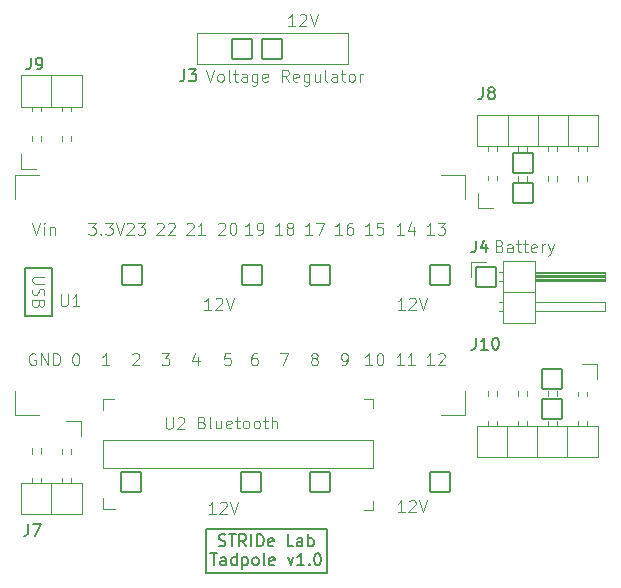
<source format=gto>
G04 #@! TF.GenerationSoftware,KiCad,Pcbnew,7.0.5*
G04 #@! TF.CreationDate,2023-07-17T11:56:54-04:00*
G04 #@! TF.ProjectId,Tadpole,54616470-6f6c-4652-9e6b-696361645f70,rev?*
G04 #@! TF.SameCoordinates,Original*
G04 #@! TF.FileFunction,Legend,Top*
G04 #@! TF.FilePolarity,Positive*
%FSLAX46Y46*%
G04 Gerber Fmt 4.6, Leading zero omitted, Abs format (unit mm)*
G04 Created by KiCad (PCBNEW 7.0.5) date 2023-07-17 11:56:54*
%MOMM*%
%LPD*%
G01*
G04 APERTURE LIST*
G04 Aperture macros list*
%AMRoundRect*
0 Rectangle with rounded corners*
0 $1 Rounding radius*
0 $2 $3 $4 $5 $6 $7 $8 $9 X,Y pos of 4 corners*
0 Add a 4 corners polygon primitive as box body*
4,1,4,$2,$3,$4,$5,$6,$7,$8,$9,$2,$3,0*
0 Add four circle primitives for the rounded corners*
1,1,$1+$1,$2,$3*
1,1,$1+$1,$4,$5*
1,1,$1+$1,$6,$7*
1,1,$1+$1,$8,$9*
0 Add four rect primitives between the rounded corners*
20,1,$1+$1,$2,$3,$4,$5,0*
20,1,$1+$1,$4,$5,$6,$7,0*
20,1,$1+$1,$6,$7,$8,$9,0*
20,1,$1+$1,$8,$9,$2,$3,0*%
G04 Aperture macros list end*
%ADD10C,0.125000*%
%ADD11C,0.150000*%
%ADD12C,0.200000*%
%ADD13C,0.100000*%
%ADD14C,0.120000*%
%ADD15C,1.800000*%
%ADD16O,1.800000X1.800000*%
%ADD17RoundRect,0.050000X-0.850000X0.850000X-0.850000X-0.850000X0.850000X-0.850000X0.850000X0.850000X0*%
%ADD18C,2.300000*%
%ADD19RoundRect,0.050000X0.850000X-0.850000X0.850000X0.850000X-0.850000X0.850000X-0.850000X-0.850000X0*%
%ADD20RoundRect,0.050000X-0.850000X-0.850000X0.850000X-0.850000X0.850000X0.850000X-0.850000X0.850000X0*%
G04 APERTURE END LIST*
D10*
X136413952Y-74166119D02*
X135842524Y-74166119D01*
X136128238Y-74166119D02*
X136128238Y-73166119D01*
X136128238Y-73166119D02*
X136033000Y-73308976D01*
X136033000Y-73308976D02*
X135937762Y-73404214D01*
X135937762Y-73404214D02*
X135842524Y-73451833D01*
X136794905Y-73261357D02*
X136842524Y-73213738D01*
X136842524Y-73213738D02*
X136937762Y-73166119D01*
X136937762Y-73166119D02*
X137175857Y-73166119D01*
X137175857Y-73166119D02*
X137271095Y-73213738D01*
X137271095Y-73213738D02*
X137318714Y-73261357D01*
X137318714Y-73261357D02*
X137366333Y-73356595D01*
X137366333Y-73356595D02*
X137366333Y-73451833D01*
X137366333Y-73451833D02*
X137318714Y-73594690D01*
X137318714Y-73594690D02*
X136747286Y-74166119D01*
X136747286Y-74166119D02*
X137366333Y-74166119D01*
X137652048Y-73166119D02*
X137985381Y-74166119D01*
X137985381Y-74166119D02*
X138318714Y-73166119D01*
X145684952Y-115314119D02*
X145113524Y-115314119D01*
X145399238Y-115314119D02*
X145399238Y-114314119D01*
X145399238Y-114314119D02*
X145304000Y-114456976D01*
X145304000Y-114456976D02*
X145208762Y-114552214D01*
X145208762Y-114552214D02*
X145113524Y-114599833D01*
X146065905Y-114409357D02*
X146113524Y-114361738D01*
X146113524Y-114361738D02*
X146208762Y-114314119D01*
X146208762Y-114314119D02*
X146446857Y-114314119D01*
X146446857Y-114314119D02*
X146542095Y-114361738D01*
X146542095Y-114361738D02*
X146589714Y-114409357D01*
X146589714Y-114409357D02*
X146637333Y-114504595D01*
X146637333Y-114504595D02*
X146637333Y-114599833D01*
X146637333Y-114599833D02*
X146589714Y-114742690D01*
X146589714Y-114742690D02*
X146018286Y-115314119D01*
X146018286Y-115314119D02*
X146637333Y-115314119D01*
X146923048Y-114314119D02*
X147256381Y-115314119D01*
X147256381Y-115314119D02*
X147589714Y-114314119D01*
X129682952Y-115441119D02*
X129111524Y-115441119D01*
X129397238Y-115441119D02*
X129397238Y-114441119D01*
X129397238Y-114441119D02*
X129302000Y-114583976D01*
X129302000Y-114583976D02*
X129206762Y-114679214D01*
X129206762Y-114679214D02*
X129111524Y-114726833D01*
X130063905Y-114536357D02*
X130111524Y-114488738D01*
X130111524Y-114488738D02*
X130206762Y-114441119D01*
X130206762Y-114441119D02*
X130444857Y-114441119D01*
X130444857Y-114441119D02*
X130540095Y-114488738D01*
X130540095Y-114488738D02*
X130587714Y-114536357D01*
X130587714Y-114536357D02*
X130635333Y-114631595D01*
X130635333Y-114631595D02*
X130635333Y-114726833D01*
X130635333Y-114726833D02*
X130587714Y-114869690D01*
X130587714Y-114869690D02*
X130016286Y-115441119D01*
X130016286Y-115441119D02*
X130635333Y-115441119D01*
X130921048Y-114441119D02*
X131254381Y-115441119D01*
X131254381Y-115441119D02*
X131587714Y-114441119D01*
X145684952Y-98169119D02*
X145113524Y-98169119D01*
X145399238Y-98169119D02*
X145399238Y-97169119D01*
X145399238Y-97169119D02*
X145304000Y-97311976D01*
X145304000Y-97311976D02*
X145208762Y-97407214D01*
X145208762Y-97407214D02*
X145113524Y-97454833D01*
X146065905Y-97264357D02*
X146113524Y-97216738D01*
X146113524Y-97216738D02*
X146208762Y-97169119D01*
X146208762Y-97169119D02*
X146446857Y-97169119D01*
X146446857Y-97169119D02*
X146542095Y-97216738D01*
X146542095Y-97216738D02*
X146589714Y-97264357D01*
X146589714Y-97264357D02*
X146637333Y-97359595D01*
X146637333Y-97359595D02*
X146637333Y-97454833D01*
X146637333Y-97454833D02*
X146589714Y-97597690D01*
X146589714Y-97597690D02*
X146018286Y-98169119D01*
X146018286Y-98169119D02*
X146637333Y-98169119D01*
X146923048Y-97169119D02*
X147256381Y-98169119D01*
X147256381Y-98169119D02*
X147589714Y-97169119D01*
X129301952Y-98169119D02*
X128730524Y-98169119D01*
X129016238Y-98169119D02*
X129016238Y-97169119D01*
X129016238Y-97169119D02*
X128921000Y-97311976D01*
X128921000Y-97311976D02*
X128825762Y-97407214D01*
X128825762Y-97407214D02*
X128730524Y-97454833D01*
X129682905Y-97264357D02*
X129730524Y-97216738D01*
X129730524Y-97216738D02*
X129825762Y-97169119D01*
X129825762Y-97169119D02*
X130063857Y-97169119D01*
X130063857Y-97169119D02*
X130159095Y-97216738D01*
X130159095Y-97216738D02*
X130206714Y-97264357D01*
X130206714Y-97264357D02*
X130254333Y-97359595D01*
X130254333Y-97359595D02*
X130254333Y-97454833D01*
X130254333Y-97454833D02*
X130206714Y-97597690D01*
X130206714Y-97597690D02*
X129635286Y-98169119D01*
X129635286Y-98169119D02*
X130254333Y-98169119D01*
X130540048Y-97169119D02*
X130873381Y-98169119D01*
X130873381Y-98169119D02*
X131206714Y-97169119D01*
D11*
X128892300Y-116713000D02*
X139077700Y-116713000D01*
X139077700Y-120472200D01*
X128892300Y-120472200D01*
X128892300Y-116713000D01*
X113538000Y-94615000D02*
X115824000Y-94615000D01*
X115824000Y-98679000D01*
X113538000Y-98679000D01*
X113538000Y-94615000D01*
D10*
X124714095Y-90914357D02*
X124761714Y-90866738D01*
X124761714Y-90866738D02*
X124856952Y-90819119D01*
X124856952Y-90819119D02*
X125095047Y-90819119D01*
X125095047Y-90819119D02*
X125190285Y-90866738D01*
X125190285Y-90866738D02*
X125237904Y-90914357D01*
X125237904Y-90914357D02*
X125285523Y-91009595D01*
X125285523Y-91009595D02*
X125285523Y-91104833D01*
X125285523Y-91104833D02*
X125237904Y-91247690D01*
X125237904Y-91247690D02*
X124666476Y-91819119D01*
X124666476Y-91819119D02*
X125285523Y-91819119D01*
X125666476Y-90914357D02*
X125714095Y-90866738D01*
X125714095Y-90866738D02*
X125809333Y-90819119D01*
X125809333Y-90819119D02*
X126047428Y-90819119D01*
X126047428Y-90819119D02*
X126142666Y-90866738D01*
X126142666Y-90866738D02*
X126190285Y-90914357D01*
X126190285Y-90914357D02*
X126237904Y-91009595D01*
X126237904Y-91009595D02*
X126237904Y-91104833D01*
X126237904Y-91104833D02*
X126190285Y-91247690D01*
X126190285Y-91247690D02*
X125618857Y-91819119D01*
X125618857Y-91819119D02*
X126237904Y-91819119D01*
X120681714Y-102868119D02*
X120110286Y-102868119D01*
X120396000Y-102868119D02*
X120396000Y-101868119D01*
X120396000Y-101868119D02*
X120300762Y-102010976D01*
X120300762Y-102010976D02*
X120205524Y-102106214D01*
X120205524Y-102106214D02*
X120110286Y-102153833D01*
X140398523Y-91819119D02*
X139827095Y-91819119D01*
X140112809Y-91819119D02*
X140112809Y-90819119D01*
X140112809Y-90819119D02*
X140017571Y-90961976D01*
X140017571Y-90961976D02*
X139922333Y-91057214D01*
X139922333Y-91057214D02*
X139827095Y-91104833D01*
X141255666Y-90819119D02*
X141065190Y-90819119D01*
X141065190Y-90819119D02*
X140969952Y-90866738D01*
X140969952Y-90866738D02*
X140922333Y-90914357D01*
X140922333Y-90914357D02*
X140827095Y-91057214D01*
X140827095Y-91057214D02*
X140779476Y-91247690D01*
X140779476Y-91247690D02*
X140779476Y-91628642D01*
X140779476Y-91628642D02*
X140827095Y-91723880D01*
X140827095Y-91723880D02*
X140874714Y-91771500D01*
X140874714Y-91771500D02*
X140969952Y-91819119D01*
X140969952Y-91819119D02*
X141160428Y-91819119D01*
X141160428Y-91819119D02*
X141255666Y-91771500D01*
X141255666Y-91771500D02*
X141303285Y-91723880D01*
X141303285Y-91723880D02*
X141350904Y-91628642D01*
X141350904Y-91628642D02*
X141350904Y-91390547D01*
X141350904Y-91390547D02*
X141303285Y-91295309D01*
X141303285Y-91295309D02*
X141255666Y-91247690D01*
X141255666Y-91247690D02*
X141160428Y-91200071D01*
X141160428Y-91200071D02*
X140969952Y-91200071D01*
X140969952Y-91200071D02*
X140874714Y-91247690D01*
X140874714Y-91247690D02*
X140827095Y-91295309D01*
X140827095Y-91295309D02*
X140779476Y-91390547D01*
X117808381Y-101868119D02*
X117903619Y-101868119D01*
X117903619Y-101868119D02*
X117998857Y-101915738D01*
X117998857Y-101915738D02*
X118046476Y-101963357D01*
X118046476Y-101963357D02*
X118094095Y-102058595D01*
X118094095Y-102058595D02*
X118141714Y-102249071D01*
X118141714Y-102249071D02*
X118141714Y-102487166D01*
X118141714Y-102487166D02*
X118094095Y-102677642D01*
X118094095Y-102677642D02*
X118046476Y-102772880D01*
X118046476Y-102772880D02*
X117998857Y-102820500D01*
X117998857Y-102820500D02*
X117903619Y-102868119D01*
X117903619Y-102868119D02*
X117808381Y-102868119D01*
X117808381Y-102868119D02*
X117713143Y-102820500D01*
X117713143Y-102820500D02*
X117665524Y-102772880D01*
X117665524Y-102772880D02*
X117617905Y-102677642D01*
X117617905Y-102677642D02*
X117570286Y-102487166D01*
X117570286Y-102487166D02*
X117570286Y-102249071D01*
X117570286Y-102249071D02*
X117617905Y-102058595D01*
X117617905Y-102058595D02*
X117665524Y-101963357D01*
X117665524Y-101963357D02*
X117713143Y-101915738D01*
X117713143Y-101915738D02*
X117808381Y-101868119D01*
X148145523Y-102868119D02*
X147574095Y-102868119D01*
X147859809Y-102868119D02*
X147859809Y-101868119D01*
X147859809Y-101868119D02*
X147764571Y-102010976D01*
X147764571Y-102010976D02*
X147669333Y-102106214D01*
X147669333Y-102106214D02*
X147574095Y-102153833D01*
X148526476Y-101963357D02*
X148574095Y-101915738D01*
X148574095Y-101915738D02*
X148669333Y-101868119D01*
X148669333Y-101868119D02*
X148907428Y-101868119D01*
X148907428Y-101868119D02*
X149002666Y-101915738D01*
X149002666Y-101915738D02*
X149050285Y-101963357D01*
X149050285Y-101963357D02*
X149097904Y-102058595D01*
X149097904Y-102058595D02*
X149097904Y-102153833D01*
X149097904Y-102153833D02*
X149050285Y-102296690D01*
X149050285Y-102296690D02*
X148478857Y-102868119D01*
X148478857Y-102868119D02*
X149097904Y-102868119D01*
X142938523Y-91819119D02*
X142367095Y-91819119D01*
X142652809Y-91819119D02*
X142652809Y-90819119D01*
X142652809Y-90819119D02*
X142557571Y-90961976D01*
X142557571Y-90961976D02*
X142462333Y-91057214D01*
X142462333Y-91057214D02*
X142367095Y-91104833D01*
X143843285Y-90819119D02*
X143367095Y-90819119D01*
X143367095Y-90819119D02*
X143319476Y-91295309D01*
X143319476Y-91295309D02*
X143367095Y-91247690D01*
X143367095Y-91247690D02*
X143462333Y-91200071D01*
X143462333Y-91200071D02*
X143700428Y-91200071D01*
X143700428Y-91200071D02*
X143795666Y-91247690D01*
X143795666Y-91247690D02*
X143843285Y-91295309D01*
X143843285Y-91295309D02*
X143890904Y-91390547D01*
X143890904Y-91390547D02*
X143890904Y-91628642D01*
X143890904Y-91628642D02*
X143843285Y-91723880D01*
X143843285Y-91723880D02*
X143795666Y-91771500D01*
X143795666Y-91771500D02*
X143700428Y-91819119D01*
X143700428Y-91819119D02*
X143462333Y-91819119D01*
X143462333Y-91819119D02*
X143367095Y-91771500D01*
X143367095Y-91771500D02*
X143319476Y-91723880D01*
X114427095Y-101915738D02*
X114331857Y-101868119D01*
X114331857Y-101868119D02*
X114189000Y-101868119D01*
X114189000Y-101868119D02*
X114046143Y-101915738D01*
X114046143Y-101915738D02*
X113950905Y-102010976D01*
X113950905Y-102010976D02*
X113903286Y-102106214D01*
X113903286Y-102106214D02*
X113855667Y-102296690D01*
X113855667Y-102296690D02*
X113855667Y-102439547D01*
X113855667Y-102439547D02*
X113903286Y-102630023D01*
X113903286Y-102630023D02*
X113950905Y-102725261D01*
X113950905Y-102725261D02*
X114046143Y-102820500D01*
X114046143Y-102820500D02*
X114189000Y-102868119D01*
X114189000Y-102868119D02*
X114284238Y-102868119D01*
X114284238Y-102868119D02*
X114427095Y-102820500D01*
X114427095Y-102820500D02*
X114474714Y-102772880D01*
X114474714Y-102772880D02*
X114474714Y-102439547D01*
X114474714Y-102439547D02*
X114284238Y-102439547D01*
X114903286Y-102868119D02*
X114903286Y-101868119D01*
X114903286Y-101868119D02*
X115474714Y-102868119D01*
X115474714Y-102868119D02*
X115474714Y-101868119D01*
X115950905Y-102868119D02*
X115950905Y-101868119D01*
X115950905Y-101868119D02*
X116189000Y-101868119D01*
X116189000Y-101868119D02*
X116331857Y-101915738D01*
X116331857Y-101915738D02*
X116427095Y-102010976D01*
X116427095Y-102010976D02*
X116474714Y-102106214D01*
X116474714Y-102106214D02*
X116522333Y-102296690D01*
X116522333Y-102296690D02*
X116522333Y-102439547D01*
X116522333Y-102439547D02*
X116474714Y-102630023D01*
X116474714Y-102630023D02*
X116427095Y-102725261D01*
X116427095Y-102725261D02*
X116331857Y-102820500D01*
X116331857Y-102820500D02*
X116189000Y-102868119D01*
X116189000Y-102868119D02*
X115950905Y-102868119D01*
X133159476Y-101868119D02*
X132969000Y-101868119D01*
X132969000Y-101868119D02*
X132873762Y-101915738D01*
X132873762Y-101915738D02*
X132826143Y-101963357D01*
X132826143Y-101963357D02*
X132730905Y-102106214D01*
X132730905Y-102106214D02*
X132683286Y-102296690D01*
X132683286Y-102296690D02*
X132683286Y-102677642D01*
X132683286Y-102677642D02*
X132730905Y-102772880D01*
X132730905Y-102772880D02*
X132778524Y-102820500D01*
X132778524Y-102820500D02*
X132873762Y-102868119D01*
X132873762Y-102868119D02*
X133064238Y-102868119D01*
X133064238Y-102868119D02*
X133159476Y-102820500D01*
X133159476Y-102820500D02*
X133207095Y-102772880D01*
X133207095Y-102772880D02*
X133254714Y-102677642D01*
X133254714Y-102677642D02*
X133254714Y-102439547D01*
X133254714Y-102439547D02*
X133207095Y-102344309D01*
X133207095Y-102344309D02*
X133159476Y-102296690D01*
X133159476Y-102296690D02*
X133064238Y-102249071D01*
X133064238Y-102249071D02*
X132873762Y-102249071D01*
X132873762Y-102249071D02*
X132778524Y-102296690D01*
X132778524Y-102296690D02*
X132730905Y-102344309D01*
X132730905Y-102344309D02*
X132683286Y-102439547D01*
X148145523Y-91819119D02*
X147574095Y-91819119D01*
X147859809Y-91819119D02*
X147859809Y-90819119D01*
X147859809Y-90819119D02*
X147764571Y-90961976D01*
X147764571Y-90961976D02*
X147669333Y-91057214D01*
X147669333Y-91057214D02*
X147574095Y-91104833D01*
X148478857Y-90819119D02*
X149097904Y-90819119D01*
X149097904Y-90819119D02*
X148764571Y-91200071D01*
X148764571Y-91200071D02*
X148907428Y-91200071D01*
X148907428Y-91200071D02*
X149002666Y-91247690D01*
X149002666Y-91247690D02*
X149050285Y-91295309D01*
X149050285Y-91295309D02*
X149097904Y-91390547D01*
X149097904Y-91390547D02*
X149097904Y-91628642D01*
X149097904Y-91628642D02*
X149050285Y-91723880D01*
X149050285Y-91723880D02*
X149002666Y-91771500D01*
X149002666Y-91771500D02*
X148907428Y-91819119D01*
X148907428Y-91819119D02*
X148621714Y-91819119D01*
X148621714Y-91819119D02*
X148526476Y-91771500D01*
X148526476Y-91771500D02*
X148478857Y-91723880D01*
X128521199Y-107703709D02*
X128664056Y-107751328D01*
X128664056Y-107751328D02*
X128711675Y-107798947D01*
X128711675Y-107798947D02*
X128759294Y-107894185D01*
X128759294Y-107894185D02*
X128759294Y-108037042D01*
X128759294Y-108037042D02*
X128711675Y-108132280D01*
X128711675Y-108132280D02*
X128664056Y-108179900D01*
X128664056Y-108179900D02*
X128568818Y-108227519D01*
X128568818Y-108227519D02*
X128187866Y-108227519D01*
X128187866Y-108227519D02*
X128187866Y-107227519D01*
X128187866Y-107227519D02*
X128521199Y-107227519D01*
X128521199Y-107227519D02*
X128616437Y-107275138D01*
X128616437Y-107275138D02*
X128664056Y-107322757D01*
X128664056Y-107322757D02*
X128711675Y-107417995D01*
X128711675Y-107417995D02*
X128711675Y-107513233D01*
X128711675Y-107513233D02*
X128664056Y-107608471D01*
X128664056Y-107608471D02*
X128616437Y-107656090D01*
X128616437Y-107656090D02*
X128521199Y-107703709D01*
X128521199Y-107703709D02*
X128187866Y-107703709D01*
X129330723Y-108227519D02*
X129235485Y-108179900D01*
X129235485Y-108179900D02*
X129187866Y-108084661D01*
X129187866Y-108084661D02*
X129187866Y-107227519D01*
X130140247Y-107560852D02*
X130140247Y-108227519D01*
X129711676Y-107560852D02*
X129711676Y-108084661D01*
X129711676Y-108084661D02*
X129759295Y-108179900D01*
X129759295Y-108179900D02*
X129854533Y-108227519D01*
X129854533Y-108227519D02*
X129997390Y-108227519D01*
X129997390Y-108227519D02*
X130092628Y-108179900D01*
X130092628Y-108179900D02*
X130140247Y-108132280D01*
X130997390Y-108179900D02*
X130902152Y-108227519D01*
X130902152Y-108227519D02*
X130711676Y-108227519D01*
X130711676Y-108227519D02*
X130616438Y-108179900D01*
X130616438Y-108179900D02*
X130568819Y-108084661D01*
X130568819Y-108084661D02*
X130568819Y-107703709D01*
X130568819Y-107703709D02*
X130616438Y-107608471D01*
X130616438Y-107608471D02*
X130711676Y-107560852D01*
X130711676Y-107560852D02*
X130902152Y-107560852D01*
X130902152Y-107560852D02*
X130997390Y-107608471D01*
X130997390Y-107608471D02*
X131045009Y-107703709D01*
X131045009Y-107703709D02*
X131045009Y-107798947D01*
X131045009Y-107798947D02*
X130568819Y-107894185D01*
X131330724Y-107560852D02*
X131711676Y-107560852D01*
X131473581Y-107227519D02*
X131473581Y-108084661D01*
X131473581Y-108084661D02*
X131521200Y-108179900D01*
X131521200Y-108179900D02*
X131616438Y-108227519D01*
X131616438Y-108227519D02*
X131711676Y-108227519D01*
X132187867Y-108227519D02*
X132092629Y-108179900D01*
X132092629Y-108179900D02*
X132045010Y-108132280D01*
X132045010Y-108132280D02*
X131997391Y-108037042D01*
X131997391Y-108037042D02*
X131997391Y-107751328D01*
X131997391Y-107751328D02*
X132045010Y-107656090D01*
X132045010Y-107656090D02*
X132092629Y-107608471D01*
X132092629Y-107608471D02*
X132187867Y-107560852D01*
X132187867Y-107560852D02*
X132330724Y-107560852D01*
X132330724Y-107560852D02*
X132425962Y-107608471D01*
X132425962Y-107608471D02*
X132473581Y-107656090D01*
X132473581Y-107656090D02*
X132521200Y-107751328D01*
X132521200Y-107751328D02*
X132521200Y-108037042D01*
X132521200Y-108037042D02*
X132473581Y-108132280D01*
X132473581Y-108132280D02*
X132425962Y-108179900D01*
X132425962Y-108179900D02*
X132330724Y-108227519D01*
X132330724Y-108227519D02*
X132187867Y-108227519D01*
X133092629Y-108227519D02*
X132997391Y-108179900D01*
X132997391Y-108179900D02*
X132949772Y-108132280D01*
X132949772Y-108132280D02*
X132902153Y-108037042D01*
X132902153Y-108037042D02*
X132902153Y-107751328D01*
X132902153Y-107751328D02*
X132949772Y-107656090D01*
X132949772Y-107656090D02*
X132997391Y-107608471D01*
X132997391Y-107608471D02*
X133092629Y-107560852D01*
X133092629Y-107560852D02*
X133235486Y-107560852D01*
X133235486Y-107560852D02*
X133330724Y-107608471D01*
X133330724Y-107608471D02*
X133378343Y-107656090D01*
X133378343Y-107656090D02*
X133425962Y-107751328D01*
X133425962Y-107751328D02*
X133425962Y-108037042D01*
X133425962Y-108037042D02*
X133378343Y-108132280D01*
X133378343Y-108132280D02*
X133330724Y-108179900D01*
X133330724Y-108179900D02*
X133235486Y-108227519D01*
X133235486Y-108227519D02*
X133092629Y-108227519D01*
X133711677Y-107560852D02*
X134092629Y-107560852D01*
X133854534Y-107227519D02*
X133854534Y-108084661D01*
X133854534Y-108084661D02*
X133902153Y-108179900D01*
X133902153Y-108179900D02*
X133997391Y-108227519D01*
X133997391Y-108227519D02*
X134092629Y-108227519D01*
X134425963Y-108227519D02*
X134425963Y-107227519D01*
X134854534Y-108227519D02*
X134854534Y-107703709D01*
X134854534Y-107703709D02*
X134806915Y-107608471D01*
X134806915Y-107608471D02*
X134711677Y-107560852D01*
X134711677Y-107560852D02*
X134568820Y-107560852D01*
X134568820Y-107560852D02*
X134473582Y-107608471D01*
X134473582Y-107608471D02*
X134425963Y-107656090D01*
D12*
X129948490Y-118148400D02*
X130091347Y-118196019D01*
X130091347Y-118196019D02*
X130329442Y-118196019D01*
X130329442Y-118196019D02*
X130424680Y-118148400D01*
X130424680Y-118148400D02*
X130472299Y-118100780D01*
X130472299Y-118100780D02*
X130519918Y-118005542D01*
X130519918Y-118005542D02*
X130519918Y-117910304D01*
X130519918Y-117910304D02*
X130472299Y-117815066D01*
X130472299Y-117815066D02*
X130424680Y-117767447D01*
X130424680Y-117767447D02*
X130329442Y-117719828D01*
X130329442Y-117719828D02*
X130138966Y-117672209D01*
X130138966Y-117672209D02*
X130043728Y-117624590D01*
X130043728Y-117624590D02*
X129996109Y-117576971D01*
X129996109Y-117576971D02*
X129948490Y-117481733D01*
X129948490Y-117481733D02*
X129948490Y-117386495D01*
X129948490Y-117386495D02*
X129996109Y-117291257D01*
X129996109Y-117291257D02*
X130043728Y-117243638D01*
X130043728Y-117243638D02*
X130138966Y-117196019D01*
X130138966Y-117196019D02*
X130377061Y-117196019D01*
X130377061Y-117196019D02*
X130519918Y-117243638D01*
X130805633Y-117196019D02*
X131377061Y-117196019D01*
X131091347Y-118196019D02*
X131091347Y-117196019D01*
X132281823Y-118196019D02*
X131948490Y-117719828D01*
X131710395Y-118196019D02*
X131710395Y-117196019D01*
X131710395Y-117196019D02*
X132091347Y-117196019D01*
X132091347Y-117196019D02*
X132186585Y-117243638D01*
X132186585Y-117243638D02*
X132234204Y-117291257D01*
X132234204Y-117291257D02*
X132281823Y-117386495D01*
X132281823Y-117386495D02*
X132281823Y-117529352D01*
X132281823Y-117529352D02*
X132234204Y-117624590D01*
X132234204Y-117624590D02*
X132186585Y-117672209D01*
X132186585Y-117672209D02*
X132091347Y-117719828D01*
X132091347Y-117719828D02*
X131710395Y-117719828D01*
X132710395Y-118196019D02*
X132710395Y-117196019D01*
X133186585Y-118196019D02*
X133186585Y-117196019D01*
X133186585Y-117196019D02*
X133424680Y-117196019D01*
X133424680Y-117196019D02*
X133567537Y-117243638D01*
X133567537Y-117243638D02*
X133662775Y-117338876D01*
X133662775Y-117338876D02*
X133710394Y-117434114D01*
X133710394Y-117434114D02*
X133758013Y-117624590D01*
X133758013Y-117624590D02*
X133758013Y-117767447D01*
X133758013Y-117767447D02*
X133710394Y-117957923D01*
X133710394Y-117957923D02*
X133662775Y-118053161D01*
X133662775Y-118053161D02*
X133567537Y-118148400D01*
X133567537Y-118148400D02*
X133424680Y-118196019D01*
X133424680Y-118196019D02*
X133186585Y-118196019D01*
X134567537Y-118148400D02*
X134472299Y-118196019D01*
X134472299Y-118196019D02*
X134281823Y-118196019D01*
X134281823Y-118196019D02*
X134186585Y-118148400D01*
X134186585Y-118148400D02*
X134138966Y-118053161D01*
X134138966Y-118053161D02*
X134138966Y-117672209D01*
X134138966Y-117672209D02*
X134186585Y-117576971D01*
X134186585Y-117576971D02*
X134281823Y-117529352D01*
X134281823Y-117529352D02*
X134472299Y-117529352D01*
X134472299Y-117529352D02*
X134567537Y-117576971D01*
X134567537Y-117576971D02*
X134615156Y-117672209D01*
X134615156Y-117672209D02*
X134615156Y-117767447D01*
X134615156Y-117767447D02*
X134138966Y-117862685D01*
X136281823Y-118196019D02*
X135805633Y-118196019D01*
X135805633Y-118196019D02*
X135805633Y-117196019D01*
X137043728Y-118196019D02*
X137043728Y-117672209D01*
X137043728Y-117672209D02*
X136996109Y-117576971D01*
X136996109Y-117576971D02*
X136900871Y-117529352D01*
X136900871Y-117529352D02*
X136710395Y-117529352D01*
X136710395Y-117529352D02*
X136615157Y-117576971D01*
X137043728Y-118148400D02*
X136948490Y-118196019D01*
X136948490Y-118196019D02*
X136710395Y-118196019D01*
X136710395Y-118196019D02*
X136615157Y-118148400D01*
X136615157Y-118148400D02*
X136567538Y-118053161D01*
X136567538Y-118053161D02*
X136567538Y-117957923D01*
X136567538Y-117957923D02*
X136615157Y-117862685D01*
X136615157Y-117862685D02*
X136710395Y-117815066D01*
X136710395Y-117815066D02*
X136948490Y-117815066D01*
X136948490Y-117815066D02*
X137043728Y-117767447D01*
X137519919Y-118196019D02*
X137519919Y-117196019D01*
X137519919Y-117576971D02*
X137615157Y-117529352D01*
X137615157Y-117529352D02*
X137805633Y-117529352D01*
X137805633Y-117529352D02*
X137900871Y-117576971D01*
X137900871Y-117576971D02*
X137948490Y-117624590D01*
X137948490Y-117624590D02*
X137996109Y-117719828D01*
X137996109Y-117719828D02*
X137996109Y-118005542D01*
X137996109Y-118005542D02*
X137948490Y-118100780D01*
X137948490Y-118100780D02*
X137900871Y-118148400D01*
X137900871Y-118148400D02*
X137805633Y-118196019D01*
X137805633Y-118196019D02*
X137615157Y-118196019D01*
X137615157Y-118196019D02*
X137519919Y-118148400D01*
X129234204Y-118806019D02*
X129805632Y-118806019D01*
X129519918Y-119806019D02*
X129519918Y-118806019D01*
X130567537Y-119806019D02*
X130567537Y-119282209D01*
X130567537Y-119282209D02*
X130519918Y-119186971D01*
X130519918Y-119186971D02*
X130424680Y-119139352D01*
X130424680Y-119139352D02*
X130234204Y-119139352D01*
X130234204Y-119139352D02*
X130138966Y-119186971D01*
X130567537Y-119758400D02*
X130472299Y-119806019D01*
X130472299Y-119806019D02*
X130234204Y-119806019D01*
X130234204Y-119806019D02*
X130138966Y-119758400D01*
X130138966Y-119758400D02*
X130091347Y-119663161D01*
X130091347Y-119663161D02*
X130091347Y-119567923D01*
X130091347Y-119567923D02*
X130138966Y-119472685D01*
X130138966Y-119472685D02*
X130234204Y-119425066D01*
X130234204Y-119425066D02*
X130472299Y-119425066D01*
X130472299Y-119425066D02*
X130567537Y-119377447D01*
X131472299Y-119806019D02*
X131472299Y-118806019D01*
X131472299Y-119758400D02*
X131377061Y-119806019D01*
X131377061Y-119806019D02*
X131186585Y-119806019D01*
X131186585Y-119806019D02*
X131091347Y-119758400D01*
X131091347Y-119758400D02*
X131043728Y-119710780D01*
X131043728Y-119710780D02*
X130996109Y-119615542D01*
X130996109Y-119615542D02*
X130996109Y-119329828D01*
X130996109Y-119329828D02*
X131043728Y-119234590D01*
X131043728Y-119234590D02*
X131091347Y-119186971D01*
X131091347Y-119186971D02*
X131186585Y-119139352D01*
X131186585Y-119139352D02*
X131377061Y-119139352D01*
X131377061Y-119139352D02*
X131472299Y-119186971D01*
X131948490Y-119139352D02*
X131948490Y-120139352D01*
X131948490Y-119186971D02*
X132043728Y-119139352D01*
X132043728Y-119139352D02*
X132234204Y-119139352D01*
X132234204Y-119139352D02*
X132329442Y-119186971D01*
X132329442Y-119186971D02*
X132377061Y-119234590D01*
X132377061Y-119234590D02*
X132424680Y-119329828D01*
X132424680Y-119329828D02*
X132424680Y-119615542D01*
X132424680Y-119615542D02*
X132377061Y-119710780D01*
X132377061Y-119710780D02*
X132329442Y-119758400D01*
X132329442Y-119758400D02*
X132234204Y-119806019D01*
X132234204Y-119806019D02*
X132043728Y-119806019D01*
X132043728Y-119806019D02*
X131948490Y-119758400D01*
X132996109Y-119806019D02*
X132900871Y-119758400D01*
X132900871Y-119758400D02*
X132853252Y-119710780D01*
X132853252Y-119710780D02*
X132805633Y-119615542D01*
X132805633Y-119615542D02*
X132805633Y-119329828D01*
X132805633Y-119329828D02*
X132853252Y-119234590D01*
X132853252Y-119234590D02*
X132900871Y-119186971D01*
X132900871Y-119186971D02*
X132996109Y-119139352D01*
X132996109Y-119139352D02*
X133138966Y-119139352D01*
X133138966Y-119139352D02*
X133234204Y-119186971D01*
X133234204Y-119186971D02*
X133281823Y-119234590D01*
X133281823Y-119234590D02*
X133329442Y-119329828D01*
X133329442Y-119329828D02*
X133329442Y-119615542D01*
X133329442Y-119615542D02*
X133281823Y-119710780D01*
X133281823Y-119710780D02*
X133234204Y-119758400D01*
X133234204Y-119758400D02*
X133138966Y-119806019D01*
X133138966Y-119806019D02*
X132996109Y-119806019D01*
X133900871Y-119806019D02*
X133805633Y-119758400D01*
X133805633Y-119758400D02*
X133758014Y-119663161D01*
X133758014Y-119663161D02*
X133758014Y-118806019D01*
X134662776Y-119758400D02*
X134567538Y-119806019D01*
X134567538Y-119806019D02*
X134377062Y-119806019D01*
X134377062Y-119806019D02*
X134281824Y-119758400D01*
X134281824Y-119758400D02*
X134234205Y-119663161D01*
X134234205Y-119663161D02*
X134234205Y-119282209D01*
X134234205Y-119282209D02*
X134281824Y-119186971D01*
X134281824Y-119186971D02*
X134377062Y-119139352D01*
X134377062Y-119139352D02*
X134567538Y-119139352D01*
X134567538Y-119139352D02*
X134662776Y-119186971D01*
X134662776Y-119186971D02*
X134710395Y-119282209D01*
X134710395Y-119282209D02*
X134710395Y-119377447D01*
X134710395Y-119377447D02*
X134234205Y-119472685D01*
X135805634Y-119139352D02*
X136043729Y-119806019D01*
X136043729Y-119806019D02*
X136281824Y-119139352D01*
X137186586Y-119806019D02*
X136615158Y-119806019D01*
X136900872Y-119806019D02*
X136900872Y-118806019D01*
X136900872Y-118806019D02*
X136805634Y-118948876D01*
X136805634Y-118948876D02*
X136710396Y-119044114D01*
X136710396Y-119044114D02*
X136615158Y-119091733D01*
X137615158Y-119710780D02*
X137662777Y-119758400D01*
X137662777Y-119758400D02*
X137615158Y-119806019D01*
X137615158Y-119806019D02*
X137567539Y-119758400D01*
X137567539Y-119758400D02*
X137615158Y-119710780D01*
X137615158Y-119710780D02*
X137615158Y-119806019D01*
X138281824Y-118806019D02*
X138377062Y-118806019D01*
X138377062Y-118806019D02*
X138472300Y-118853638D01*
X138472300Y-118853638D02*
X138519919Y-118901257D01*
X138519919Y-118901257D02*
X138567538Y-118996495D01*
X138567538Y-118996495D02*
X138615157Y-119186971D01*
X138615157Y-119186971D02*
X138615157Y-119425066D01*
X138615157Y-119425066D02*
X138567538Y-119615542D01*
X138567538Y-119615542D02*
X138519919Y-119710780D01*
X138519919Y-119710780D02*
X138472300Y-119758400D01*
X138472300Y-119758400D02*
X138377062Y-119806019D01*
X138377062Y-119806019D02*
X138281824Y-119806019D01*
X138281824Y-119806019D02*
X138186586Y-119758400D01*
X138186586Y-119758400D02*
X138138967Y-119710780D01*
X138138967Y-119710780D02*
X138091348Y-119615542D01*
X138091348Y-119615542D02*
X138043729Y-119425066D01*
X138043729Y-119425066D02*
X138043729Y-119186971D01*
X138043729Y-119186971D02*
X138091348Y-118996495D01*
X138091348Y-118996495D02*
X138138967Y-118901257D01*
X138138967Y-118901257D02*
X138186586Y-118853638D01*
X138186586Y-118853638D02*
X138281824Y-118806019D01*
D10*
X128206476Y-102201452D02*
X128206476Y-102868119D01*
X127968381Y-101820500D02*
X127730286Y-102534785D01*
X127730286Y-102534785D02*
X128349333Y-102534785D01*
X125142667Y-101868119D02*
X125761714Y-101868119D01*
X125761714Y-101868119D02*
X125428381Y-102249071D01*
X125428381Y-102249071D02*
X125571238Y-102249071D01*
X125571238Y-102249071D02*
X125666476Y-102296690D01*
X125666476Y-102296690D02*
X125714095Y-102344309D01*
X125714095Y-102344309D02*
X125761714Y-102439547D01*
X125761714Y-102439547D02*
X125761714Y-102677642D01*
X125761714Y-102677642D02*
X125714095Y-102772880D01*
X125714095Y-102772880D02*
X125666476Y-102820500D01*
X125666476Y-102820500D02*
X125571238Y-102868119D01*
X125571238Y-102868119D02*
X125285524Y-102868119D01*
X125285524Y-102868119D02*
X125190286Y-102820500D01*
X125190286Y-102820500D02*
X125142667Y-102772880D01*
X118919810Y-90819119D02*
X119538857Y-90819119D01*
X119538857Y-90819119D02*
X119205524Y-91200071D01*
X119205524Y-91200071D02*
X119348381Y-91200071D01*
X119348381Y-91200071D02*
X119443619Y-91247690D01*
X119443619Y-91247690D02*
X119491238Y-91295309D01*
X119491238Y-91295309D02*
X119538857Y-91390547D01*
X119538857Y-91390547D02*
X119538857Y-91628642D01*
X119538857Y-91628642D02*
X119491238Y-91723880D01*
X119491238Y-91723880D02*
X119443619Y-91771500D01*
X119443619Y-91771500D02*
X119348381Y-91819119D01*
X119348381Y-91819119D02*
X119062667Y-91819119D01*
X119062667Y-91819119D02*
X118967429Y-91771500D01*
X118967429Y-91771500D02*
X118919810Y-91723880D01*
X119967429Y-91723880D02*
X120015048Y-91771500D01*
X120015048Y-91771500D02*
X119967429Y-91819119D01*
X119967429Y-91819119D02*
X119919810Y-91771500D01*
X119919810Y-91771500D02*
X119967429Y-91723880D01*
X119967429Y-91723880D02*
X119967429Y-91819119D01*
X120348381Y-90819119D02*
X120967428Y-90819119D01*
X120967428Y-90819119D02*
X120634095Y-91200071D01*
X120634095Y-91200071D02*
X120776952Y-91200071D01*
X120776952Y-91200071D02*
X120872190Y-91247690D01*
X120872190Y-91247690D02*
X120919809Y-91295309D01*
X120919809Y-91295309D02*
X120967428Y-91390547D01*
X120967428Y-91390547D02*
X120967428Y-91628642D01*
X120967428Y-91628642D02*
X120919809Y-91723880D01*
X120919809Y-91723880D02*
X120872190Y-91771500D01*
X120872190Y-91771500D02*
X120776952Y-91819119D01*
X120776952Y-91819119D02*
X120491238Y-91819119D01*
X120491238Y-91819119D02*
X120396000Y-91771500D01*
X120396000Y-91771500D02*
X120348381Y-91723880D01*
X121253143Y-90819119D02*
X121586476Y-91819119D01*
X121586476Y-91819119D02*
X121919809Y-90819119D01*
X137858523Y-91819119D02*
X137287095Y-91819119D01*
X137572809Y-91819119D02*
X137572809Y-90819119D01*
X137572809Y-90819119D02*
X137477571Y-90961976D01*
X137477571Y-90961976D02*
X137382333Y-91057214D01*
X137382333Y-91057214D02*
X137287095Y-91104833D01*
X138191857Y-90819119D02*
X138858523Y-90819119D01*
X138858523Y-90819119D02*
X138429952Y-91819119D01*
X122174095Y-90914357D02*
X122221714Y-90866738D01*
X122221714Y-90866738D02*
X122316952Y-90819119D01*
X122316952Y-90819119D02*
X122555047Y-90819119D01*
X122555047Y-90819119D02*
X122650285Y-90866738D01*
X122650285Y-90866738D02*
X122697904Y-90914357D01*
X122697904Y-90914357D02*
X122745523Y-91009595D01*
X122745523Y-91009595D02*
X122745523Y-91104833D01*
X122745523Y-91104833D02*
X122697904Y-91247690D01*
X122697904Y-91247690D02*
X122126476Y-91819119D01*
X122126476Y-91819119D02*
X122745523Y-91819119D01*
X123078857Y-90819119D02*
X123697904Y-90819119D01*
X123697904Y-90819119D02*
X123364571Y-91200071D01*
X123364571Y-91200071D02*
X123507428Y-91200071D01*
X123507428Y-91200071D02*
X123602666Y-91247690D01*
X123602666Y-91247690D02*
X123650285Y-91295309D01*
X123650285Y-91295309D02*
X123697904Y-91390547D01*
X123697904Y-91390547D02*
X123697904Y-91628642D01*
X123697904Y-91628642D02*
X123650285Y-91723880D01*
X123650285Y-91723880D02*
X123602666Y-91771500D01*
X123602666Y-91771500D02*
X123507428Y-91819119D01*
X123507428Y-91819119D02*
X123221714Y-91819119D01*
X123221714Y-91819119D02*
X123126476Y-91771500D01*
X123126476Y-91771500D02*
X123078857Y-91723880D01*
X135175667Y-101868119D02*
X135842333Y-101868119D01*
X135842333Y-101868119D02*
X135413762Y-102868119D01*
X137953762Y-102296690D02*
X137858524Y-102249071D01*
X137858524Y-102249071D02*
X137810905Y-102201452D01*
X137810905Y-102201452D02*
X137763286Y-102106214D01*
X137763286Y-102106214D02*
X137763286Y-102058595D01*
X137763286Y-102058595D02*
X137810905Y-101963357D01*
X137810905Y-101963357D02*
X137858524Y-101915738D01*
X137858524Y-101915738D02*
X137953762Y-101868119D01*
X137953762Y-101868119D02*
X138144238Y-101868119D01*
X138144238Y-101868119D02*
X138239476Y-101915738D01*
X138239476Y-101915738D02*
X138287095Y-101963357D01*
X138287095Y-101963357D02*
X138334714Y-102058595D01*
X138334714Y-102058595D02*
X138334714Y-102106214D01*
X138334714Y-102106214D02*
X138287095Y-102201452D01*
X138287095Y-102201452D02*
X138239476Y-102249071D01*
X138239476Y-102249071D02*
X138144238Y-102296690D01*
X138144238Y-102296690D02*
X137953762Y-102296690D01*
X137953762Y-102296690D02*
X137858524Y-102344309D01*
X137858524Y-102344309D02*
X137810905Y-102391928D01*
X137810905Y-102391928D02*
X137763286Y-102487166D01*
X137763286Y-102487166D02*
X137763286Y-102677642D01*
X137763286Y-102677642D02*
X137810905Y-102772880D01*
X137810905Y-102772880D02*
X137858524Y-102820500D01*
X137858524Y-102820500D02*
X137953762Y-102868119D01*
X137953762Y-102868119D02*
X138144238Y-102868119D01*
X138144238Y-102868119D02*
X138239476Y-102820500D01*
X138239476Y-102820500D02*
X138287095Y-102772880D01*
X138287095Y-102772880D02*
X138334714Y-102677642D01*
X138334714Y-102677642D02*
X138334714Y-102487166D01*
X138334714Y-102487166D02*
X138287095Y-102391928D01*
X138287095Y-102391928D02*
X138239476Y-102344309D01*
X138239476Y-102344309D02*
X138144238Y-102296690D01*
X114165191Y-90819119D02*
X114498524Y-91819119D01*
X114498524Y-91819119D02*
X114831857Y-90819119D01*
X115165191Y-91819119D02*
X115165191Y-91152452D01*
X115165191Y-90819119D02*
X115117572Y-90866738D01*
X115117572Y-90866738D02*
X115165191Y-90914357D01*
X115165191Y-90914357D02*
X115212810Y-90866738D01*
X115212810Y-90866738D02*
X115165191Y-90819119D01*
X115165191Y-90819119D02*
X115165191Y-90914357D01*
X115641381Y-91152452D02*
X115641381Y-91819119D01*
X115641381Y-91247690D02*
X115689000Y-91200071D01*
X115689000Y-91200071D02*
X115784238Y-91152452D01*
X115784238Y-91152452D02*
X115927095Y-91152452D01*
X115927095Y-91152452D02*
X116022333Y-91200071D01*
X116022333Y-91200071D02*
X116069952Y-91295309D01*
X116069952Y-91295309D02*
X116069952Y-91819119D01*
X129921095Y-90914357D02*
X129968714Y-90866738D01*
X129968714Y-90866738D02*
X130063952Y-90819119D01*
X130063952Y-90819119D02*
X130302047Y-90819119D01*
X130302047Y-90819119D02*
X130397285Y-90866738D01*
X130397285Y-90866738D02*
X130444904Y-90914357D01*
X130444904Y-90914357D02*
X130492523Y-91009595D01*
X130492523Y-91009595D02*
X130492523Y-91104833D01*
X130492523Y-91104833D02*
X130444904Y-91247690D01*
X130444904Y-91247690D02*
X129873476Y-91819119D01*
X129873476Y-91819119D02*
X130492523Y-91819119D01*
X131111571Y-90819119D02*
X131206809Y-90819119D01*
X131206809Y-90819119D02*
X131302047Y-90866738D01*
X131302047Y-90866738D02*
X131349666Y-90914357D01*
X131349666Y-90914357D02*
X131397285Y-91009595D01*
X131397285Y-91009595D02*
X131444904Y-91200071D01*
X131444904Y-91200071D02*
X131444904Y-91438166D01*
X131444904Y-91438166D02*
X131397285Y-91628642D01*
X131397285Y-91628642D02*
X131349666Y-91723880D01*
X131349666Y-91723880D02*
X131302047Y-91771500D01*
X131302047Y-91771500D02*
X131206809Y-91819119D01*
X131206809Y-91819119D02*
X131111571Y-91819119D01*
X131111571Y-91819119D02*
X131016333Y-91771500D01*
X131016333Y-91771500D02*
X130968714Y-91723880D01*
X130968714Y-91723880D02*
X130921095Y-91628642D01*
X130921095Y-91628642D02*
X130873476Y-91438166D01*
X130873476Y-91438166D02*
X130873476Y-91200071D01*
X130873476Y-91200071D02*
X130921095Y-91009595D01*
X130921095Y-91009595D02*
X130968714Y-90914357D01*
X130968714Y-90914357D02*
X131016333Y-90866738D01*
X131016333Y-90866738D02*
X131111571Y-90819119D01*
X145605523Y-102868119D02*
X145034095Y-102868119D01*
X145319809Y-102868119D02*
X145319809Y-101868119D01*
X145319809Y-101868119D02*
X145224571Y-102010976D01*
X145224571Y-102010976D02*
X145129333Y-102106214D01*
X145129333Y-102106214D02*
X145034095Y-102153833D01*
X146557904Y-102868119D02*
X145986476Y-102868119D01*
X146272190Y-102868119D02*
X146272190Y-101868119D01*
X146272190Y-101868119D02*
X146176952Y-102010976D01*
X146176952Y-102010976D02*
X146081714Y-102106214D01*
X146081714Y-102106214D02*
X145986476Y-102153833D01*
X130921095Y-101868119D02*
X130444905Y-101868119D01*
X130444905Y-101868119D02*
X130397286Y-102344309D01*
X130397286Y-102344309D02*
X130444905Y-102296690D01*
X130444905Y-102296690D02*
X130540143Y-102249071D01*
X130540143Y-102249071D02*
X130778238Y-102249071D01*
X130778238Y-102249071D02*
X130873476Y-102296690D01*
X130873476Y-102296690D02*
X130921095Y-102344309D01*
X130921095Y-102344309D02*
X130968714Y-102439547D01*
X130968714Y-102439547D02*
X130968714Y-102677642D01*
X130968714Y-102677642D02*
X130921095Y-102772880D01*
X130921095Y-102772880D02*
X130873476Y-102820500D01*
X130873476Y-102820500D02*
X130778238Y-102868119D01*
X130778238Y-102868119D02*
X130540143Y-102868119D01*
X130540143Y-102868119D02*
X130444905Y-102820500D01*
X130444905Y-102820500D02*
X130397286Y-102772880D01*
X132778523Y-91819119D02*
X132207095Y-91819119D01*
X132492809Y-91819119D02*
X132492809Y-90819119D01*
X132492809Y-90819119D02*
X132397571Y-90961976D01*
X132397571Y-90961976D02*
X132302333Y-91057214D01*
X132302333Y-91057214D02*
X132207095Y-91104833D01*
X133254714Y-91819119D02*
X133445190Y-91819119D01*
X133445190Y-91819119D02*
X133540428Y-91771500D01*
X133540428Y-91771500D02*
X133588047Y-91723880D01*
X133588047Y-91723880D02*
X133683285Y-91581023D01*
X133683285Y-91581023D02*
X133730904Y-91390547D01*
X133730904Y-91390547D02*
X133730904Y-91009595D01*
X133730904Y-91009595D02*
X133683285Y-90914357D01*
X133683285Y-90914357D02*
X133635666Y-90866738D01*
X133635666Y-90866738D02*
X133540428Y-90819119D01*
X133540428Y-90819119D02*
X133349952Y-90819119D01*
X133349952Y-90819119D02*
X133254714Y-90866738D01*
X133254714Y-90866738D02*
X133207095Y-90914357D01*
X133207095Y-90914357D02*
X133159476Y-91009595D01*
X133159476Y-91009595D02*
X133159476Y-91247690D01*
X133159476Y-91247690D02*
X133207095Y-91342928D01*
X133207095Y-91342928D02*
X133254714Y-91390547D01*
X133254714Y-91390547D02*
X133349952Y-91438166D01*
X133349952Y-91438166D02*
X133540428Y-91438166D01*
X133540428Y-91438166D02*
X133635666Y-91390547D01*
X133635666Y-91390547D02*
X133683285Y-91342928D01*
X133683285Y-91342928D02*
X133730904Y-91247690D01*
X142938523Y-102868119D02*
X142367095Y-102868119D01*
X142652809Y-102868119D02*
X142652809Y-101868119D01*
X142652809Y-101868119D02*
X142557571Y-102010976D01*
X142557571Y-102010976D02*
X142462333Y-102106214D01*
X142462333Y-102106214D02*
X142367095Y-102153833D01*
X143557571Y-101868119D02*
X143652809Y-101868119D01*
X143652809Y-101868119D02*
X143748047Y-101915738D01*
X143748047Y-101915738D02*
X143795666Y-101963357D01*
X143795666Y-101963357D02*
X143843285Y-102058595D01*
X143843285Y-102058595D02*
X143890904Y-102249071D01*
X143890904Y-102249071D02*
X143890904Y-102487166D01*
X143890904Y-102487166D02*
X143843285Y-102677642D01*
X143843285Y-102677642D02*
X143795666Y-102772880D01*
X143795666Y-102772880D02*
X143748047Y-102820500D01*
X143748047Y-102820500D02*
X143652809Y-102868119D01*
X143652809Y-102868119D02*
X143557571Y-102868119D01*
X143557571Y-102868119D02*
X143462333Y-102820500D01*
X143462333Y-102820500D02*
X143414714Y-102772880D01*
X143414714Y-102772880D02*
X143367095Y-102677642D01*
X143367095Y-102677642D02*
X143319476Y-102487166D01*
X143319476Y-102487166D02*
X143319476Y-102249071D01*
X143319476Y-102249071D02*
X143367095Y-102058595D01*
X143367095Y-102058595D02*
X143414714Y-101963357D01*
X143414714Y-101963357D02*
X143462333Y-101915738D01*
X143462333Y-101915738D02*
X143557571Y-101868119D01*
X140398524Y-102868119D02*
X140589000Y-102868119D01*
X140589000Y-102868119D02*
X140684238Y-102820500D01*
X140684238Y-102820500D02*
X140731857Y-102772880D01*
X140731857Y-102772880D02*
X140827095Y-102630023D01*
X140827095Y-102630023D02*
X140874714Y-102439547D01*
X140874714Y-102439547D02*
X140874714Y-102058595D01*
X140874714Y-102058595D02*
X140827095Y-101963357D01*
X140827095Y-101963357D02*
X140779476Y-101915738D01*
X140779476Y-101915738D02*
X140684238Y-101868119D01*
X140684238Y-101868119D02*
X140493762Y-101868119D01*
X140493762Y-101868119D02*
X140398524Y-101915738D01*
X140398524Y-101915738D02*
X140350905Y-101963357D01*
X140350905Y-101963357D02*
X140303286Y-102058595D01*
X140303286Y-102058595D02*
X140303286Y-102296690D01*
X140303286Y-102296690D02*
X140350905Y-102391928D01*
X140350905Y-102391928D02*
X140398524Y-102439547D01*
X140398524Y-102439547D02*
X140493762Y-102487166D01*
X140493762Y-102487166D02*
X140684238Y-102487166D01*
X140684238Y-102487166D02*
X140779476Y-102439547D01*
X140779476Y-102439547D02*
X140827095Y-102391928D01*
X140827095Y-102391928D02*
X140874714Y-102296690D01*
X115174880Y-95385095D02*
X114365357Y-95385095D01*
X114365357Y-95385095D02*
X114270119Y-95432714D01*
X114270119Y-95432714D02*
X114222500Y-95480333D01*
X114222500Y-95480333D02*
X114174880Y-95575571D01*
X114174880Y-95575571D02*
X114174880Y-95766047D01*
X114174880Y-95766047D02*
X114222500Y-95861285D01*
X114222500Y-95861285D02*
X114270119Y-95908904D01*
X114270119Y-95908904D02*
X114365357Y-95956523D01*
X114365357Y-95956523D02*
X115174880Y-95956523D01*
X114222500Y-96385095D02*
X114174880Y-96527952D01*
X114174880Y-96527952D02*
X114174880Y-96766047D01*
X114174880Y-96766047D02*
X114222500Y-96861285D01*
X114222500Y-96861285D02*
X114270119Y-96908904D01*
X114270119Y-96908904D02*
X114365357Y-96956523D01*
X114365357Y-96956523D02*
X114460595Y-96956523D01*
X114460595Y-96956523D02*
X114555833Y-96908904D01*
X114555833Y-96908904D02*
X114603452Y-96861285D01*
X114603452Y-96861285D02*
X114651071Y-96766047D01*
X114651071Y-96766047D02*
X114698690Y-96575571D01*
X114698690Y-96575571D02*
X114746309Y-96480333D01*
X114746309Y-96480333D02*
X114793928Y-96432714D01*
X114793928Y-96432714D02*
X114889166Y-96385095D01*
X114889166Y-96385095D02*
X114984404Y-96385095D01*
X114984404Y-96385095D02*
X115079642Y-96432714D01*
X115079642Y-96432714D02*
X115127261Y-96480333D01*
X115127261Y-96480333D02*
X115174880Y-96575571D01*
X115174880Y-96575571D02*
X115174880Y-96813666D01*
X115174880Y-96813666D02*
X115127261Y-96956523D01*
X114698690Y-97718428D02*
X114651071Y-97861285D01*
X114651071Y-97861285D02*
X114603452Y-97908904D01*
X114603452Y-97908904D02*
X114508214Y-97956523D01*
X114508214Y-97956523D02*
X114365357Y-97956523D01*
X114365357Y-97956523D02*
X114270119Y-97908904D01*
X114270119Y-97908904D02*
X114222500Y-97861285D01*
X114222500Y-97861285D02*
X114174880Y-97766047D01*
X114174880Y-97766047D02*
X114174880Y-97385095D01*
X114174880Y-97385095D02*
X115174880Y-97385095D01*
X115174880Y-97385095D02*
X115174880Y-97718428D01*
X115174880Y-97718428D02*
X115127261Y-97813666D01*
X115127261Y-97813666D02*
X115079642Y-97861285D01*
X115079642Y-97861285D02*
X114984404Y-97908904D01*
X114984404Y-97908904D02*
X114889166Y-97908904D01*
X114889166Y-97908904D02*
X114793928Y-97861285D01*
X114793928Y-97861285D02*
X114746309Y-97813666D01*
X114746309Y-97813666D02*
X114698690Y-97718428D01*
X114698690Y-97718428D02*
X114698690Y-97385095D01*
X145605523Y-91819119D02*
X145034095Y-91819119D01*
X145319809Y-91819119D02*
X145319809Y-90819119D01*
X145319809Y-90819119D02*
X145224571Y-90961976D01*
X145224571Y-90961976D02*
X145129333Y-91057214D01*
X145129333Y-91057214D02*
X145034095Y-91104833D01*
X146462666Y-91152452D02*
X146462666Y-91819119D01*
X146224571Y-90771500D02*
X145986476Y-91485785D01*
X145986476Y-91485785D02*
X146605523Y-91485785D01*
X128891541Y-77865119D02*
X129224874Y-78865119D01*
X129224874Y-78865119D02*
X129558207Y-77865119D01*
X130034398Y-78865119D02*
X129939160Y-78817500D01*
X129939160Y-78817500D02*
X129891541Y-78769880D01*
X129891541Y-78769880D02*
X129843922Y-78674642D01*
X129843922Y-78674642D02*
X129843922Y-78388928D01*
X129843922Y-78388928D02*
X129891541Y-78293690D01*
X129891541Y-78293690D02*
X129939160Y-78246071D01*
X129939160Y-78246071D02*
X130034398Y-78198452D01*
X130034398Y-78198452D02*
X130177255Y-78198452D01*
X130177255Y-78198452D02*
X130272493Y-78246071D01*
X130272493Y-78246071D02*
X130320112Y-78293690D01*
X130320112Y-78293690D02*
X130367731Y-78388928D01*
X130367731Y-78388928D02*
X130367731Y-78674642D01*
X130367731Y-78674642D02*
X130320112Y-78769880D01*
X130320112Y-78769880D02*
X130272493Y-78817500D01*
X130272493Y-78817500D02*
X130177255Y-78865119D01*
X130177255Y-78865119D02*
X130034398Y-78865119D01*
X130939160Y-78865119D02*
X130843922Y-78817500D01*
X130843922Y-78817500D02*
X130796303Y-78722261D01*
X130796303Y-78722261D02*
X130796303Y-77865119D01*
X131177256Y-78198452D02*
X131558208Y-78198452D01*
X131320113Y-77865119D02*
X131320113Y-78722261D01*
X131320113Y-78722261D02*
X131367732Y-78817500D01*
X131367732Y-78817500D02*
X131462970Y-78865119D01*
X131462970Y-78865119D02*
X131558208Y-78865119D01*
X132320113Y-78865119D02*
X132320113Y-78341309D01*
X132320113Y-78341309D02*
X132272494Y-78246071D01*
X132272494Y-78246071D02*
X132177256Y-78198452D01*
X132177256Y-78198452D02*
X131986780Y-78198452D01*
X131986780Y-78198452D02*
X131891542Y-78246071D01*
X132320113Y-78817500D02*
X132224875Y-78865119D01*
X132224875Y-78865119D02*
X131986780Y-78865119D01*
X131986780Y-78865119D02*
X131891542Y-78817500D01*
X131891542Y-78817500D02*
X131843923Y-78722261D01*
X131843923Y-78722261D02*
X131843923Y-78627023D01*
X131843923Y-78627023D02*
X131891542Y-78531785D01*
X131891542Y-78531785D02*
X131986780Y-78484166D01*
X131986780Y-78484166D02*
X132224875Y-78484166D01*
X132224875Y-78484166D02*
X132320113Y-78436547D01*
X133224875Y-78198452D02*
X133224875Y-79007976D01*
X133224875Y-79007976D02*
X133177256Y-79103214D01*
X133177256Y-79103214D02*
X133129637Y-79150833D01*
X133129637Y-79150833D02*
X133034399Y-79198452D01*
X133034399Y-79198452D02*
X132891542Y-79198452D01*
X132891542Y-79198452D02*
X132796304Y-79150833D01*
X133224875Y-78817500D02*
X133129637Y-78865119D01*
X133129637Y-78865119D02*
X132939161Y-78865119D01*
X132939161Y-78865119D02*
X132843923Y-78817500D01*
X132843923Y-78817500D02*
X132796304Y-78769880D01*
X132796304Y-78769880D02*
X132748685Y-78674642D01*
X132748685Y-78674642D02*
X132748685Y-78388928D01*
X132748685Y-78388928D02*
X132796304Y-78293690D01*
X132796304Y-78293690D02*
X132843923Y-78246071D01*
X132843923Y-78246071D02*
X132939161Y-78198452D01*
X132939161Y-78198452D02*
X133129637Y-78198452D01*
X133129637Y-78198452D02*
X133224875Y-78246071D01*
X134082018Y-78817500D02*
X133986780Y-78865119D01*
X133986780Y-78865119D02*
X133796304Y-78865119D01*
X133796304Y-78865119D02*
X133701066Y-78817500D01*
X133701066Y-78817500D02*
X133653447Y-78722261D01*
X133653447Y-78722261D02*
X133653447Y-78341309D01*
X133653447Y-78341309D02*
X133701066Y-78246071D01*
X133701066Y-78246071D02*
X133796304Y-78198452D01*
X133796304Y-78198452D02*
X133986780Y-78198452D01*
X133986780Y-78198452D02*
X134082018Y-78246071D01*
X134082018Y-78246071D02*
X134129637Y-78341309D01*
X134129637Y-78341309D02*
X134129637Y-78436547D01*
X134129637Y-78436547D02*
X133653447Y-78531785D01*
X135891542Y-78865119D02*
X135558209Y-78388928D01*
X135320114Y-78865119D02*
X135320114Y-77865119D01*
X135320114Y-77865119D02*
X135701066Y-77865119D01*
X135701066Y-77865119D02*
X135796304Y-77912738D01*
X135796304Y-77912738D02*
X135843923Y-77960357D01*
X135843923Y-77960357D02*
X135891542Y-78055595D01*
X135891542Y-78055595D02*
X135891542Y-78198452D01*
X135891542Y-78198452D02*
X135843923Y-78293690D01*
X135843923Y-78293690D02*
X135796304Y-78341309D01*
X135796304Y-78341309D02*
X135701066Y-78388928D01*
X135701066Y-78388928D02*
X135320114Y-78388928D01*
X136701066Y-78817500D02*
X136605828Y-78865119D01*
X136605828Y-78865119D02*
X136415352Y-78865119D01*
X136415352Y-78865119D02*
X136320114Y-78817500D01*
X136320114Y-78817500D02*
X136272495Y-78722261D01*
X136272495Y-78722261D02*
X136272495Y-78341309D01*
X136272495Y-78341309D02*
X136320114Y-78246071D01*
X136320114Y-78246071D02*
X136415352Y-78198452D01*
X136415352Y-78198452D02*
X136605828Y-78198452D01*
X136605828Y-78198452D02*
X136701066Y-78246071D01*
X136701066Y-78246071D02*
X136748685Y-78341309D01*
X136748685Y-78341309D02*
X136748685Y-78436547D01*
X136748685Y-78436547D02*
X136272495Y-78531785D01*
X137605828Y-78198452D02*
X137605828Y-79007976D01*
X137605828Y-79007976D02*
X137558209Y-79103214D01*
X137558209Y-79103214D02*
X137510590Y-79150833D01*
X137510590Y-79150833D02*
X137415352Y-79198452D01*
X137415352Y-79198452D02*
X137272495Y-79198452D01*
X137272495Y-79198452D02*
X137177257Y-79150833D01*
X137605828Y-78817500D02*
X137510590Y-78865119D01*
X137510590Y-78865119D02*
X137320114Y-78865119D01*
X137320114Y-78865119D02*
X137224876Y-78817500D01*
X137224876Y-78817500D02*
X137177257Y-78769880D01*
X137177257Y-78769880D02*
X137129638Y-78674642D01*
X137129638Y-78674642D02*
X137129638Y-78388928D01*
X137129638Y-78388928D02*
X137177257Y-78293690D01*
X137177257Y-78293690D02*
X137224876Y-78246071D01*
X137224876Y-78246071D02*
X137320114Y-78198452D01*
X137320114Y-78198452D02*
X137510590Y-78198452D01*
X137510590Y-78198452D02*
X137605828Y-78246071D01*
X138510590Y-78198452D02*
X138510590Y-78865119D01*
X138082019Y-78198452D02*
X138082019Y-78722261D01*
X138082019Y-78722261D02*
X138129638Y-78817500D01*
X138129638Y-78817500D02*
X138224876Y-78865119D01*
X138224876Y-78865119D02*
X138367733Y-78865119D01*
X138367733Y-78865119D02*
X138462971Y-78817500D01*
X138462971Y-78817500D02*
X138510590Y-78769880D01*
X139129638Y-78865119D02*
X139034400Y-78817500D01*
X139034400Y-78817500D02*
X138986781Y-78722261D01*
X138986781Y-78722261D02*
X138986781Y-77865119D01*
X139939162Y-78865119D02*
X139939162Y-78341309D01*
X139939162Y-78341309D02*
X139891543Y-78246071D01*
X139891543Y-78246071D02*
X139796305Y-78198452D01*
X139796305Y-78198452D02*
X139605829Y-78198452D01*
X139605829Y-78198452D02*
X139510591Y-78246071D01*
X139939162Y-78817500D02*
X139843924Y-78865119D01*
X139843924Y-78865119D02*
X139605829Y-78865119D01*
X139605829Y-78865119D02*
X139510591Y-78817500D01*
X139510591Y-78817500D02*
X139462972Y-78722261D01*
X139462972Y-78722261D02*
X139462972Y-78627023D01*
X139462972Y-78627023D02*
X139510591Y-78531785D01*
X139510591Y-78531785D02*
X139605829Y-78484166D01*
X139605829Y-78484166D02*
X139843924Y-78484166D01*
X139843924Y-78484166D02*
X139939162Y-78436547D01*
X140272496Y-78198452D02*
X140653448Y-78198452D01*
X140415353Y-77865119D02*
X140415353Y-78722261D01*
X140415353Y-78722261D02*
X140462972Y-78817500D01*
X140462972Y-78817500D02*
X140558210Y-78865119D01*
X140558210Y-78865119D02*
X140653448Y-78865119D01*
X141129639Y-78865119D02*
X141034401Y-78817500D01*
X141034401Y-78817500D02*
X140986782Y-78769880D01*
X140986782Y-78769880D02*
X140939163Y-78674642D01*
X140939163Y-78674642D02*
X140939163Y-78388928D01*
X140939163Y-78388928D02*
X140986782Y-78293690D01*
X140986782Y-78293690D02*
X141034401Y-78246071D01*
X141034401Y-78246071D02*
X141129639Y-78198452D01*
X141129639Y-78198452D02*
X141272496Y-78198452D01*
X141272496Y-78198452D02*
X141367734Y-78246071D01*
X141367734Y-78246071D02*
X141415353Y-78293690D01*
X141415353Y-78293690D02*
X141462972Y-78388928D01*
X141462972Y-78388928D02*
X141462972Y-78674642D01*
X141462972Y-78674642D02*
X141415353Y-78769880D01*
X141415353Y-78769880D02*
X141367734Y-78817500D01*
X141367734Y-78817500D02*
X141272496Y-78865119D01*
X141272496Y-78865119D02*
X141129639Y-78865119D01*
X141891544Y-78865119D02*
X141891544Y-78198452D01*
X141891544Y-78388928D02*
X141939163Y-78293690D01*
X141939163Y-78293690D02*
X141986782Y-78246071D01*
X141986782Y-78246071D02*
X142082020Y-78198452D01*
X142082020Y-78198452D02*
X142177258Y-78198452D01*
X127254095Y-90914357D02*
X127301714Y-90866738D01*
X127301714Y-90866738D02*
X127396952Y-90819119D01*
X127396952Y-90819119D02*
X127635047Y-90819119D01*
X127635047Y-90819119D02*
X127730285Y-90866738D01*
X127730285Y-90866738D02*
X127777904Y-90914357D01*
X127777904Y-90914357D02*
X127825523Y-91009595D01*
X127825523Y-91009595D02*
X127825523Y-91104833D01*
X127825523Y-91104833D02*
X127777904Y-91247690D01*
X127777904Y-91247690D02*
X127206476Y-91819119D01*
X127206476Y-91819119D02*
X127825523Y-91819119D01*
X128777904Y-91819119D02*
X128206476Y-91819119D01*
X128492190Y-91819119D02*
X128492190Y-90819119D01*
X128492190Y-90819119D02*
X128396952Y-90961976D01*
X128396952Y-90961976D02*
X128301714Y-91057214D01*
X128301714Y-91057214D02*
X128206476Y-91104833D01*
X135318523Y-91819119D02*
X134747095Y-91819119D01*
X135032809Y-91819119D02*
X135032809Y-90819119D01*
X135032809Y-90819119D02*
X134937571Y-90961976D01*
X134937571Y-90961976D02*
X134842333Y-91057214D01*
X134842333Y-91057214D02*
X134747095Y-91104833D01*
X135889952Y-91247690D02*
X135794714Y-91200071D01*
X135794714Y-91200071D02*
X135747095Y-91152452D01*
X135747095Y-91152452D02*
X135699476Y-91057214D01*
X135699476Y-91057214D02*
X135699476Y-91009595D01*
X135699476Y-91009595D02*
X135747095Y-90914357D01*
X135747095Y-90914357D02*
X135794714Y-90866738D01*
X135794714Y-90866738D02*
X135889952Y-90819119D01*
X135889952Y-90819119D02*
X136080428Y-90819119D01*
X136080428Y-90819119D02*
X136175666Y-90866738D01*
X136175666Y-90866738D02*
X136223285Y-90914357D01*
X136223285Y-90914357D02*
X136270904Y-91009595D01*
X136270904Y-91009595D02*
X136270904Y-91057214D01*
X136270904Y-91057214D02*
X136223285Y-91152452D01*
X136223285Y-91152452D02*
X136175666Y-91200071D01*
X136175666Y-91200071D02*
X136080428Y-91247690D01*
X136080428Y-91247690D02*
X135889952Y-91247690D01*
X135889952Y-91247690D02*
X135794714Y-91295309D01*
X135794714Y-91295309D02*
X135747095Y-91342928D01*
X135747095Y-91342928D02*
X135699476Y-91438166D01*
X135699476Y-91438166D02*
X135699476Y-91628642D01*
X135699476Y-91628642D02*
X135747095Y-91723880D01*
X135747095Y-91723880D02*
X135794714Y-91771500D01*
X135794714Y-91771500D02*
X135889952Y-91819119D01*
X135889952Y-91819119D02*
X136080428Y-91819119D01*
X136080428Y-91819119D02*
X136175666Y-91771500D01*
X136175666Y-91771500D02*
X136223285Y-91723880D01*
X136223285Y-91723880D02*
X136270904Y-91628642D01*
X136270904Y-91628642D02*
X136270904Y-91438166D01*
X136270904Y-91438166D02*
X136223285Y-91342928D01*
X136223285Y-91342928D02*
X136175666Y-91295309D01*
X136175666Y-91295309D02*
X136080428Y-91247690D01*
X122650286Y-101963357D02*
X122697905Y-101915738D01*
X122697905Y-101915738D02*
X122793143Y-101868119D01*
X122793143Y-101868119D02*
X123031238Y-101868119D01*
X123031238Y-101868119D02*
X123126476Y-101915738D01*
X123126476Y-101915738D02*
X123174095Y-101963357D01*
X123174095Y-101963357D02*
X123221714Y-102058595D01*
X123221714Y-102058595D02*
X123221714Y-102153833D01*
X123221714Y-102153833D02*
X123174095Y-102296690D01*
X123174095Y-102296690D02*
X122602667Y-102868119D01*
X122602667Y-102868119D02*
X123221714Y-102868119D01*
X153732170Y-92768509D02*
X153875027Y-92816128D01*
X153875027Y-92816128D02*
X153922646Y-92863747D01*
X153922646Y-92863747D02*
X153970265Y-92958985D01*
X153970265Y-92958985D02*
X153970265Y-93101842D01*
X153970265Y-93101842D02*
X153922646Y-93197080D01*
X153922646Y-93197080D02*
X153875027Y-93244700D01*
X153875027Y-93244700D02*
X153779789Y-93292319D01*
X153779789Y-93292319D02*
X153398837Y-93292319D01*
X153398837Y-93292319D02*
X153398837Y-92292319D01*
X153398837Y-92292319D02*
X153732170Y-92292319D01*
X153732170Y-92292319D02*
X153827408Y-92339938D01*
X153827408Y-92339938D02*
X153875027Y-92387557D01*
X153875027Y-92387557D02*
X153922646Y-92482795D01*
X153922646Y-92482795D02*
X153922646Y-92578033D01*
X153922646Y-92578033D02*
X153875027Y-92673271D01*
X153875027Y-92673271D02*
X153827408Y-92720890D01*
X153827408Y-92720890D02*
X153732170Y-92768509D01*
X153732170Y-92768509D02*
X153398837Y-92768509D01*
X154827408Y-93292319D02*
X154827408Y-92768509D01*
X154827408Y-92768509D02*
X154779789Y-92673271D01*
X154779789Y-92673271D02*
X154684551Y-92625652D01*
X154684551Y-92625652D02*
X154494075Y-92625652D01*
X154494075Y-92625652D02*
X154398837Y-92673271D01*
X154827408Y-93244700D02*
X154732170Y-93292319D01*
X154732170Y-93292319D02*
X154494075Y-93292319D01*
X154494075Y-93292319D02*
X154398837Y-93244700D01*
X154398837Y-93244700D02*
X154351218Y-93149461D01*
X154351218Y-93149461D02*
X154351218Y-93054223D01*
X154351218Y-93054223D02*
X154398837Y-92958985D01*
X154398837Y-92958985D02*
X154494075Y-92911366D01*
X154494075Y-92911366D02*
X154732170Y-92911366D01*
X154732170Y-92911366D02*
X154827408Y-92863747D01*
X155160742Y-92625652D02*
X155541694Y-92625652D01*
X155303599Y-92292319D02*
X155303599Y-93149461D01*
X155303599Y-93149461D02*
X155351218Y-93244700D01*
X155351218Y-93244700D02*
X155446456Y-93292319D01*
X155446456Y-93292319D02*
X155541694Y-93292319D01*
X155732171Y-92625652D02*
X156113123Y-92625652D01*
X155875028Y-92292319D02*
X155875028Y-93149461D01*
X155875028Y-93149461D02*
X155922647Y-93244700D01*
X155922647Y-93244700D02*
X156017885Y-93292319D01*
X156017885Y-93292319D02*
X156113123Y-93292319D01*
X156827409Y-93244700D02*
X156732171Y-93292319D01*
X156732171Y-93292319D02*
X156541695Y-93292319D01*
X156541695Y-93292319D02*
X156446457Y-93244700D01*
X156446457Y-93244700D02*
X156398838Y-93149461D01*
X156398838Y-93149461D02*
X156398838Y-92768509D01*
X156398838Y-92768509D02*
X156446457Y-92673271D01*
X156446457Y-92673271D02*
X156541695Y-92625652D01*
X156541695Y-92625652D02*
X156732171Y-92625652D01*
X156732171Y-92625652D02*
X156827409Y-92673271D01*
X156827409Y-92673271D02*
X156875028Y-92768509D01*
X156875028Y-92768509D02*
X156875028Y-92863747D01*
X156875028Y-92863747D02*
X156398838Y-92958985D01*
X157303600Y-93292319D02*
X157303600Y-92625652D01*
X157303600Y-92816128D02*
X157351219Y-92720890D01*
X157351219Y-92720890D02*
X157398838Y-92673271D01*
X157398838Y-92673271D02*
X157494076Y-92625652D01*
X157494076Y-92625652D02*
X157589314Y-92625652D01*
X157827410Y-92625652D02*
X158065505Y-93292319D01*
X158303600Y-92625652D02*
X158065505Y-93292319D01*
X158065505Y-93292319D02*
X157970267Y-93530414D01*
X157970267Y-93530414D02*
X157922648Y-93578033D01*
X157922648Y-93578033D02*
X157827410Y-93625652D01*
D11*
X151717476Y-100546819D02*
X151717476Y-101261104D01*
X151717476Y-101261104D02*
X151669857Y-101403961D01*
X151669857Y-101403961D02*
X151574619Y-101499200D01*
X151574619Y-101499200D02*
X151431762Y-101546819D01*
X151431762Y-101546819D02*
X151336524Y-101546819D01*
X152717476Y-101546819D02*
X152146048Y-101546819D01*
X152431762Y-101546819D02*
X152431762Y-100546819D01*
X152431762Y-100546819D02*
X152336524Y-100689676D01*
X152336524Y-100689676D02*
X152241286Y-100784914D01*
X152241286Y-100784914D02*
X152146048Y-100832533D01*
X153336524Y-100546819D02*
X153431762Y-100546819D01*
X153431762Y-100546819D02*
X153527000Y-100594438D01*
X153527000Y-100594438D02*
X153574619Y-100642057D01*
X153574619Y-100642057D02*
X153622238Y-100737295D01*
X153622238Y-100737295D02*
X153669857Y-100927771D01*
X153669857Y-100927771D02*
X153669857Y-101165866D01*
X153669857Y-101165866D02*
X153622238Y-101356342D01*
X153622238Y-101356342D02*
X153574619Y-101451580D01*
X153574619Y-101451580D02*
X153527000Y-101499200D01*
X153527000Y-101499200D02*
X153431762Y-101546819D01*
X153431762Y-101546819D02*
X153336524Y-101546819D01*
X153336524Y-101546819D02*
X153241286Y-101499200D01*
X153241286Y-101499200D02*
X153193667Y-101451580D01*
X153193667Y-101451580D02*
X153146048Y-101356342D01*
X153146048Y-101356342D02*
X153098429Y-101165866D01*
X153098429Y-101165866D02*
X153098429Y-100927771D01*
X153098429Y-100927771D02*
X153146048Y-100737295D01*
X153146048Y-100737295D02*
X153193667Y-100642057D01*
X153193667Y-100642057D02*
X153241286Y-100594438D01*
X153241286Y-100594438D02*
X153336524Y-100546819D01*
X127047666Y-77813819D02*
X127047666Y-78528104D01*
X127047666Y-78528104D02*
X127000047Y-78670961D01*
X127000047Y-78670961D02*
X126904809Y-78766200D01*
X126904809Y-78766200D02*
X126761952Y-78813819D01*
X126761952Y-78813819D02*
X126666714Y-78813819D01*
X127428619Y-77813819D02*
X128047666Y-77813819D01*
X128047666Y-77813819D02*
X127714333Y-78194771D01*
X127714333Y-78194771D02*
X127857190Y-78194771D01*
X127857190Y-78194771D02*
X127952428Y-78242390D01*
X127952428Y-78242390D02*
X128000047Y-78290009D01*
X128000047Y-78290009D02*
X128047666Y-78385247D01*
X128047666Y-78385247D02*
X128047666Y-78623342D01*
X128047666Y-78623342D02*
X128000047Y-78718580D01*
X128000047Y-78718580D02*
X127952428Y-78766200D01*
X127952428Y-78766200D02*
X127857190Y-78813819D01*
X127857190Y-78813819D02*
X127571476Y-78813819D01*
X127571476Y-78813819D02*
X127476238Y-78766200D01*
X127476238Y-78766200D02*
X127428619Y-78718580D01*
D13*
X125476095Y-107255019D02*
X125476095Y-108064542D01*
X125476095Y-108064542D02*
X125523714Y-108159780D01*
X125523714Y-108159780D02*
X125571333Y-108207400D01*
X125571333Y-108207400D02*
X125666571Y-108255019D01*
X125666571Y-108255019D02*
X125857047Y-108255019D01*
X125857047Y-108255019D02*
X125952285Y-108207400D01*
X125952285Y-108207400D02*
X125999904Y-108159780D01*
X125999904Y-108159780D02*
X126047523Y-108064542D01*
X126047523Y-108064542D02*
X126047523Y-107255019D01*
X126476095Y-107350257D02*
X126523714Y-107302638D01*
X126523714Y-107302638D02*
X126618952Y-107255019D01*
X126618952Y-107255019D02*
X126857047Y-107255019D01*
X126857047Y-107255019D02*
X126952285Y-107302638D01*
X126952285Y-107302638D02*
X126999904Y-107350257D01*
X126999904Y-107350257D02*
X127047523Y-107445495D01*
X127047523Y-107445495D02*
X127047523Y-107540733D01*
X127047523Y-107540733D02*
X126999904Y-107683590D01*
X126999904Y-107683590D02*
X126428476Y-108255019D01*
X126428476Y-108255019D02*
X127047523Y-108255019D01*
D11*
X114017466Y-76823219D02*
X114017466Y-77537504D01*
X114017466Y-77537504D02*
X113969847Y-77680361D01*
X113969847Y-77680361D02*
X113874609Y-77775600D01*
X113874609Y-77775600D02*
X113731752Y-77823219D01*
X113731752Y-77823219D02*
X113636514Y-77823219D01*
X114541276Y-77823219D02*
X114731752Y-77823219D01*
X114731752Y-77823219D02*
X114826990Y-77775600D01*
X114826990Y-77775600D02*
X114874609Y-77727980D01*
X114874609Y-77727980D02*
X114969847Y-77585123D01*
X114969847Y-77585123D02*
X115017466Y-77394647D01*
X115017466Y-77394647D02*
X115017466Y-77013695D01*
X115017466Y-77013695D02*
X114969847Y-76918457D01*
X114969847Y-76918457D02*
X114922228Y-76870838D01*
X114922228Y-76870838D02*
X114826990Y-76823219D01*
X114826990Y-76823219D02*
X114636514Y-76823219D01*
X114636514Y-76823219D02*
X114541276Y-76870838D01*
X114541276Y-76870838D02*
X114493657Y-76918457D01*
X114493657Y-76918457D02*
X114446038Y-77013695D01*
X114446038Y-77013695D02*
X114446038Y-77251790D01*
X114446038Y-77251790D02*
X114493657Y-77347028D01*
X114493657Y-77347028D02*
X114541276Y-77394647D01*
X114541276Y-77394647D02*
X114636514Y-77442266D01*
X114636514Y-77442266D02*
X114826990Y-77442266D01*
X114826990Y-77442266D02*
X114922228Y-77394647D01*
X114922228Y-77394647D02*
X114969847Y-77347028D01*
X114969847Y-77347028D02*
X115017466Y-77251790D01*
X152320666Y-79337819D02*
X152320666Y-80052104D01*
X152320666Y-80052104D02*
X152273047Y-80194961D01*
X152273047Y-80194961D02*
X152177809Y-80290200D01*
X152177809Y-80290200D02*
X152034952Y-80337819D01*
X152034952Y-80337819D02*
X151939714Y-80337819D01*
X152939714Y-79766390D02*
X152844476Y-79718771D01*
X152844476Y-79718771D02*
X152796857Y-79671152D01*
X152796857Y-79671152D02*
X152749238Y-79575914D01*
X152749238Y-79575914D02*
X152749238Y-79528295D01*
X152749238Y-79528295D02*
X152796857Y-79433057D01*
X152796857Y-79433057D02*
X152844476Y-79385438D01*
X152844476Y-79385438D02*
X152939714Y-79337819D01*
X152939714Y-79337819D02*
X153130190Y-79337819D01*
X153130190Y-79337819D02*
X153225428Y-79385438D01*
X153225428Y-79385438D02*
X153273047Y-79433057D01*
X153273047Y-79433057D02*
X153320666Y-79528295D01*
X153320666Y-79528295D02*
X153320666Y-79575914D01*
X153320666Y-79575914D02*
X153273047Y-79671152D01*
X153273047Y-79671152D02*
X153225428Y-79718771D01*
X153225428Y-79718771D02*
X153130190Y-79766390D01*
X153130190Y-79766390D02*
X152939714Y-79766390D01*
X152939714Y-79766390D02*
X152844476Y-79814009D01*
X152844476Y-79814009D02*
X152796857Y-79861628D01*
X152796857Y-79861628D02*
X152749238Y-79956866D01*
X152749238Y-79956866D02*
X152749238Y-80147342D01*
X152749238Y-80147342D02*
X152796857Y-80242580D01*
X152796857Y-80242580D02*
X152844476Y-80290200D01*
X152844476Y-80290200D02*
X152939714Y-80337819D01*
X152939714Y-80337819D02*
X153130190Y-80337819D01*
X153130190Y-80337819D02*
X153225428Y-80290200D01*
X153225428Y-80290200D02*
X153273047Y-80242580D01*
X153273047Y-80242580D02*
X153320666Y-80147342D01*
X153320666Y-80147342D02*
X153320666Y-79956866D01*
X153320666Y-79956866D02*
X153273047Y-79861628D01*
X153273047Y-79861628D02*
X153225428Y-79814009D01*
X153225428Y-79814009D02*
X153130190Y-79766390D01*
X151711066Y-92317219D02*
X151711066Y-93031504D01*
X151711066Y-93031504D02*
X151663447Y-93174361D01*
X151663447Y-93174361D02*
X151568209Y-93269600D01*
X151568209Y-93269600D02*
X151425352Y-93317219D01*
X151425352Y-93317219D02*
X151330114Y-93317219D01*
X152615828Y-92650552D02*
X152615828Y-93317219D01*
X152377733Y-92269600D02*
X152139638Y-92983885D01*
X152139638Y-92983885D02*
X152758685Y-92983885D01*
X113814266Y-116294819D02*
X113814266Y-117009104D01*
X113814266Y-117009104D02*
X113766647Y-117151961D01*
X113766647Y-117151961D02*
X113671409Y-117247200D01*
X113671409Y-117247200D02*
X113528552Y-117294819D01*
X113528552Y-117294819D02*
X113433314Y-117294819D01*
X114195219Y-116294819D02*
X114861885Y-116294819D01*
X114861885Y-116294819D02*
X114433314Y-117294819D01*
D13*
X116586095Y-96866419D02*
X116586095Y-97675942D01*
X116586095Y-97675942D02*
X116633714Y-97771180D01*
X116633714Y-97771180D02*
X116681333Y-97818800D01*
X116681333Y-97818800D02*
X116776571Y-97866419D01*
X116776571Y-97866419D02*
X116967047Y-97866419D01*
X116967047Y-97866419D02*
X117062285Y-97818800D01*
X117062285Y-97818800D02*
X117109904Y-97771180D01*
X117109904Y-97771180D02*
X117157523Y-97675942D01*
X117157523Y-97675942D02*
X117157523Y-96866419D01*
X118157523Y-97866419D02*
X117586095Y-97866419D01*
X117871809Y-97866419D02*
X117871809Y-96866419D01*
X117871809Y-96866419D02*
X117776571Y-97009276D01*
X117776571Y-97009276D02*
X117681333Y-97104514D01*
X117681333Y-97104514D02*
X117586095Y-97152133D01*
D14*
X162001200Y-102743000D02*
X162001200Y-104013000D01*
X160731200Y-102743000D02*
X162001200Y-102743000D01*
X158571200Y-105055929D02*
X158571200Y-105510071D01*
X157811200Y-105055929D02*
X157811200Y-105510071D01*
X156031200Y-105055929D02*
X156031200Y-105510071D01*
X155271200Y-105055929D02*
X155271200Y-105510071D01*
X153491200Y-105055929D02*
X153491200Y-105510071D01*
X152731200Y-105055929D02*
X152731200Y-105510071D01*
X161111200Y-105123000D02*
X161111200Y-105510071D01*
X160351200Y-105123000D02*
X160351200Y-105510071D01*
X161111200Y-107595929D02*
X161111200Y-107993000D01*
X160351200Y-107595929D02*
X160351200Y-107993000D01*
X158571200Y-107595929D02*
X158571200Y-107993000D01*
X157811200Y-107595929D02*
X157811200Y-107993000D01*
X156031200Y-107595929D02*
X156031200Y-107993000D01*
X155271200Y-107595929D02*
X155271200Y-107993000D01*
X153491200Y-107595929D02*
X153491200Y-107993000D01*
X152731200Y-107595929D02*
X152731200Y-107993000D01*
X162061200Y-107993000D02*
X151781200Y-107993000D01*
X159461200Y-107993000D02*
X159461200Y-110653000D01*
X156921200Y-107993000D02*
X156921200Y-110653000D01*
X154381200Y-107993000D02*
X154381200Y-110653000D01*
X151781200Y-107993000D02*
X151781200Y-110653000D01*
X162061200Y-110653000D02*
X162061200Y-107993000D01*
X151781200Y-110653000D02*
X162061200Y-110653000D01*
X140903000Y-74743000D02*
X140903000Y-77393800D01*
X139573000Y-74743000D02*
X140903000Y-74743000D01*
X139573000Y-74743000D02*
X128083000Y-74743000D01*
X128083000Y-74743000D02*
X128083000Y-77403000D01*
X140903000Y-77393800D02*
X128083000Y-77403000D01*
D13*
X143013600Y-115163600D02*
X142251600Y-115163600D01*
X143013600Y-114401600D02*
X143013600Y-115163600D01*
X143013600Y-105765600D02*
X143013600Y-106527600D01*
X142251600Y-105765600D02*
X143013600Y-105765600D01*
X121169600Y-115036600D02*
X120153600Y-115036600D01*
X120153600Y-115036600D02*
X120153600Y-114147600D01*
X120153600Y-105765600D02*
X121042600Y-105765600D01*
X120153600Y-105765600D02*
X120153600Y-106654600D01*
X143013600Y-111607600D02*
X120153600Y-111607600D01*
X120153600Y-111607600D02*
X120153600Y-109194600D01*
X120153600Y-109194600D02*
X143013600Y-109194600D01*
X143013600Y-109194600D02*
X143013600Y-111607600D01*
D14*
X113233200Y-86233000D02*
X113233200Y-84963000D01*
X114503200Y-86233000D02*
X113233200Y-86233000D01*
X116663200Y-83920071D02*
X116663200Y-83465929D01*
X117423200Y-83920071D02*
X117423200Y-83465929D01*
X114123200Y-83853000D02*
X114123200Y-83465929D01*
X114883200Y-83853000D02*
X114883200Y-83465929D01*
X114123200Y-81380071D02*
X114123200Y-80983000D01*
X114883200Y-81380071D02*
X114883200Y-80983000D01*
X116663200Y-81380071D02*
X116663200Y-80983000D01*
X117423200Y-81380071D02*
X117423200Y-80983000D01*
X113173200Y-80983000D02*
X118373200Y-80983000D01*
X115773200Y-80983000D02*
X115773200Y-78323000D01*
X118373200Y-80983000D02*
X118373200Y-78323000D01*
X113173200Y-78323000D02*
X113173200Y-80983000D01*
X118373200Y-78323000D02*
X113173200Y-78323000D01*
X151861200Y-89597000D02*
X151861200Y-88327000D01*
X153131200Y-89597000D02*
X151861200Y-89597000D01*
X155291200Y-87284071D02*
X155291200Y-86829929D01*
X156051200Y-87284071D02*
X156051200Y-86829929D01*
X157831200Y-87284071D02*
X157831200Y-86829929D01*
X158591200Y-87284071D02*
X158591200Y-86829929D01*
X160371200Y-87284071D02*
X160371200Y-86829929D01*
X161131200Y-87284071D02*
X161131200Y-86829929D01*
X152751200Y-87217000D02*
X152751200Y-86829929D01*
X153511200Y-87217000D02*
X153511200Y-86829929D01*
X152751200Y-84744071D02*
X152751200Y-84347000D01*
X153511200Y-84744071D02*
X153511200Y-84347000D01*
X155291200Y-84744071D02*
X155291200Y-84347000D01*
X156051200Y-84744071D02*
X156051200Y-84347000D01*
X157831200Y-84744071D02*
X157831200Y-84347000D01*
X158591200Y-84744071D02*
X158591200Y-84347000D01*
X160371200Y-84744071D02*
X160371200Y-84347000D01*
X161131200Y-84744071D02*
X161131200Y-84347000D01*
X151801200Y-84347000D02*
X162081200Y-84347000D01*
X154401200Y-84347000D02*
X154401200Y-81687000D01*
X156941200Y-84347000D02*
X156941200Y-81687000D01*
X159481200Y-84347000D02*
X159481200Y-81687000D01*
X162081200Y-84347000D02*
X162081200Y-81687000D01*
X151801200Y-81687000D02*
X151801200Y-84347000D01*
X162081200Y-81687000D02*
X151801200Y-81687000D01*
X151327000Y-94127400D02*
X152597000Y-94127400D01*
X151327000Y-95397400D02*
X151327000Y-94127400D01*
X153639929Y-97557400D02*
X154037000Y-97557400D01*
X153639929Y-98317400D02*
X154037000Y-98317400D01*
X153707000Y-95017400D02*
X154037000Y-95017400D01*
X153707000Y-95777400D02*
X154037000Y-95777400D01*
X154037000Y-94067400D02*
X154037000Y-99267400D01*
X154037000Y-96667400D02*
X156697000Y-96667400D01*
X154037000Y-99267400D02*
X156697000Y-99267400D01*
X156697000Y-94067400D02*
X154037000Y-94067400D01*
X156697000Y-95017400D02*
X162697000Y-95017400D01*
X156697000Y-95077400D02*
X162697000Y-95077400D01*
X156697000Y-95197400D02*
X162697000Y-95197400D01*
X156697000Y-95317400D02*
X162697000Y-95317400D01*
X156697000Y-95437400D02*
X162697000Y-95437400D01*
X156697000Y-95557400D02*
X162697000Y-95557400D01*
X156697000Y-95677400D02*
X162697000Y-95677400D01*
X156697000Y-97557400D02*
X162697000Y-97557400D01*
X156697000Y-99267400D02*
X156697000Y-94067400D01*
X162697000Y-95017400D02*
X162697000Y-95777400D01*
X162697000Y-95777400D02*
X156697000Y-95777400D01*
X162697000Y-97557400D02*
X162697000Y-98317400D01*
X162697000Y-98317400D02*
X156697000Y-98317400D01*
X118313200Y-107594400D02*
X118313200Y-108864400D01*
X117043200Y-107594400D02*
X118313200Y-107594400D01*
X114883200Y-109907329D02*
X114883200Y-110361471D01*
X114123200Y-109907329D02*
X114123200Y-110361471D01*
X117423200Y-109974400D02*
X117423200Y-110361471D01*
X116663200Y-109974400D02*
X116663200Y-110361471D01*
X117423200Y-112447329D02*
X117423200Y-112844400D01*
X116663200Y-112447329D02*
X116663200Y-112844400D01*
X114883200Y-112447329D02*
X114883200Y-112844400D01*
X114123200Y-112447329D02*
X114123200Y-112844400D01*
X118373200Y-112844400D02*
X113173200Y-112844400D01*
X115773200Y-112844400D02*
X115773200Y-115504400D01*
X113173200Y-112844400D02*
X113173200Y-115504400D01*
X118373200Y-115504400D02*
X118373200Y-112844400D01*
X113173200Y-115504400D02*
X118373200Y-115504400D01*
D13*
X112735200Y-86741000D02*
X112735200Y-88773000D01*
X112735200Y-86741000D02*
X114767200Y-86741000D01*
X112735200Y-107061000D02*
X112735200Y-105029000D01*
X112735200Y-107061000D02*
X114767200Y-107061000D01*
X114767200Y-86741000D02*
X112735200Y-86741000D01*
X150835200Y-86741000D02*
X148803200Y-86741000D01*
X150835200Y-86741000D02*
X150835200Y-88773000D01*
X150835200Y-107061000D02*
X148803200Y-107061000D01*
X150835200Y-107061000D02*
X150835200Y-105029000D01*
%LPC*%
D15*
X160731200Y-104013000D03*
D16*
X160731200Y-106553000D03*
D17*
X158191200Y-104013000D03*
X158191200Y-106553000D03*
D16*
X155651200Y-104013000D03*
X155651200Y-106553000D03*
X153111200Y-104013000D03*
X153111200Y-106553000D03*
D18*
X122000000Y-119000000D03*
D16*
X139573000Y-76073000D03*
X137033000Y-76073000D03*
D17*
X134493000Y-76073000D03*
X131953000Y-76073000D03*
D16*
X129413000Y-76073000D03*
X141743600Y-110337600D03*
X139203600Y-110337600D03*
X136663600Y-110337600D03*
X134123600Y-110337600D03*
X131583600Y-110337600D03*
X129043600Y-110337600D03*
X126503600Y-110337600D03*
X123963600Y-110337600D03*
X121423600Y-110337600D03*
D15*
X114503200Y-84963000D03*
D16*
X114503200Y-82423000D03*
D15*
X117043200Y-84963000D03*
X117043200Y-82423000D03*
X153131200Y-88327000D03*
D16*
X153131200Y-85787000D03*
D19*
X155671200Y-88327000D03*
X155671200Y-85787000D03*
D16*
X158211200Y-88327000D03*
X158211200Y-85787000D03*
X160751200Y-88327000D03*
X160751200Y-85787000D03*
D20*
X152597000Y-95397400D03*
D16*
X152597000Y-97937400D03*
D18*
X148000000Y-74000000D03*
D15*
X117043200Y-108864400D03*
D16*
X117043200Y-111404400D03*
D15*
X114503200Y-108864400D03*
X114503200Y-111404400D03*
D18*
X148000000Y-119000000D03*
D15*
X117815200Y-104521000D03*
X120355200Y-104521000D03*
X122895200Y-104521000D03*
X125435200Y-104521000D03*
X120355200Y-89281000D03*
X127975200Y-104521000D03*
X130515200Y-104521000D03*
X133055200Y-104521000D03*
X135595200Y-104521000D03*
X138135200Y-104521000D03*
X140675200Y-104521000D03*
X143215200Y-104521000D03*
X145755200Y-104521000D03*
X148295200Y-104521000D03*
X148295200Y-89281000D03*
X145755200Y-89281000D03*
X143215200Y-89281000D03*
X140675200Y-89281000D03*
X138135200Y-89281000D03*
X135595200Y-89281000D03*
X133055200Y-89281000D03*
X130515200Y-89281000D03*
X127975200Y-89281000D03*
X125435200Y-89281000D03*
X122895200Y-89281000D03*
X117815200Y-89281000D03*
X115275200Y-104521000D03*
X115275200Y-89281000D03*
D18*
X122000000Y-74000000D03*
D16*
X119999600Y-100076000D03*
D15*
X122539600Y-100076000D03*
X125079600Y-100076000D03*
X127619600Y-100076000D03*
X130159600Y-100076000D03*
X132699600Y-100076000D03*
X119999600Y-112776000D03*
D17*
X122539600Y-112776000D03*
D15*
X125079600Y-112776000D03*
X127619600Y-112776000D03*
X130159600Y-112776000D03*
D17*
X132699600Y-112776000D03*
D16*
X120101200Y-82524600D03*
D15*
X122641200Y-82524600D03*
X125181200Y-82524600D03*
X127721200Y-82524600D03*
X130261200Y-82524600D03*
X132801200Y-82524600D03*
X120101200Y-95224600D03*
D17*
X122641200Y-95224600D03*
D15*
X125181200Y-95224600D03*
X127721200Y-95224600D03*
X130261200Y-95224600D03*
D17*
X132801200Y-95224600D03*
D16*
X135976200Y-100076000D03*
D15*
X138516200Y-100076000D03*
X141056200Y-100076000D03*
X143596200Y-100076000D03*
X146136200Y-100076000D03*
X148676200Y-100076000D03*
X135976200Y-112776000D03*
D17*
X138516200Y-112776000D03*
D15*
X141056200Y-112776000D03*
X143596200Y-112776000D03*
X146136200Y-112776000D03*
D17*
X148676200Y-112776000D03*
D16*
X135976200Y-82524600D03*
D15*
X138516200Y-82524600D03*
X141056200Y-82524600D03*
X143596200Y-82524600D03*
X146136200Y-82524600D03*
X148676200Y-82524600D03*
X135976200Y-95224600D03*
D17*
X138516200Y-95224600D03*
D15*
X141056200Y-95224600D03*
X143596200Y-95224600D03*
X146136200Y-95224600D03*
D17*
X148676200Y-95224600D03*
%LPD*%
M02*

</source>
